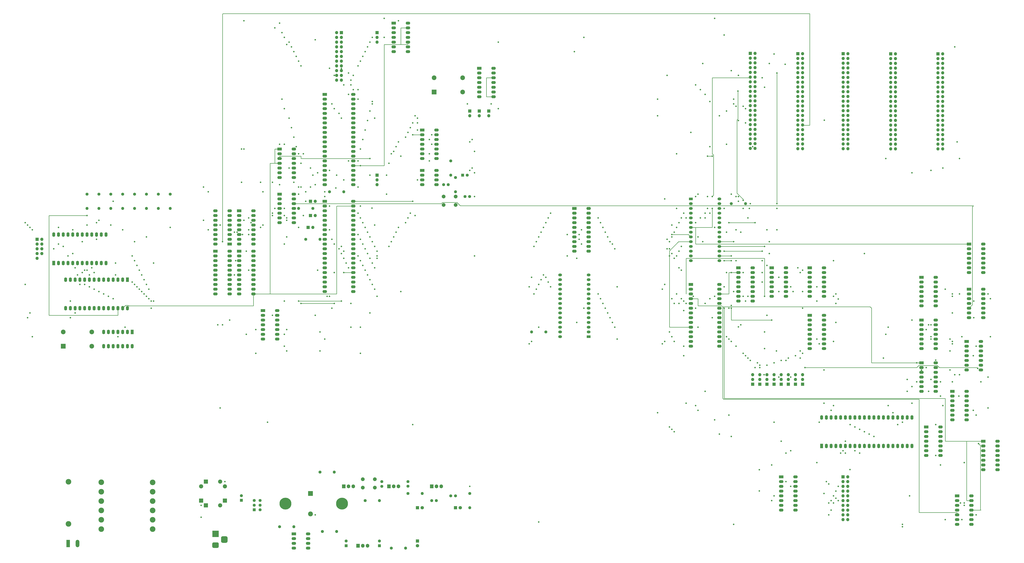
<source format=gbr>
%TF.GenerationSoftware,KiCad,Pcbnew,(5.1.10)-1*%
%TF.CreationDate,2022-04-25T14:42:15+01:00*%
%TF.ProjectId,Motherboard,4d6f7468-6572-4626-9f61-72642e6b6963,2.2*%
%TF.SameCoordinates,Original*%
%TF.FileFunction,Copper,L3,Inr*%
%TF.FilePolarity,Positive*%
%FSLAX46Y46*%
G04 Gerber Fmt 4.6, Leading zero omitted, Abs format (unit mm)*
G04 Created by KiCad (PCBNEW (5.1.10)-1) date 2022-04-25 14:42:15*
%MOMM*%
%LPD*%
G01*
G04 APERTURE LIST*
%TA.AperFunction,ComponentPad*%
%ADD10O,2.400000X1.600000*%
%TD*%
%TA.AperFunction,ComponentPad*%
%ADD11R,2.400000X1.600000*%
%TD*%
%TA.AperFunction,ComponentPad*%
%ADD12C,3.000000*%
%TD*%
%TA.AperFunction,ComponentPad*%
%ADD13C,1.600000*%
%TD*%
%TA.AperFunction,ComponentPad*%
%ADD14R,1.600000X1.600000*%
%TD*%
%TA.AperFunction,ComponentPad*%
%ADD15O,1.700000X1.700000*%
%TD*%
%TA.AperFunction,ComponentPad*%
%ADD16R,1.700000X1.700000*%
%TD*%
%TA.AperFunction,ComponentPad*%
%ADD17O,1.600000X2.400000*%
%TD*%
%TA.AperFunction,ComponentPad*%
%ADD18R,1.600000X2.400000*%
%TD*%
%TA.AperFunction,ComponentPad*%
%ADD19O,1.600000X1.600000*%
%TD*%
%TA.AperFunction,ComponentPad*%
%ADD20O,2.000000X1.440000*%
%TD*%
%TA.AperFunction,ComponentPad*%
%ADD21R,2.000000X1.440000*%
%TD*%
%TA.AperFunction,ComponentPad*%
%ADD22O,1.905000X2.000000*%
%TD*%
%TA.AperFunction,ComponentPad*%
%ADD23R,1.905000X2.000000*%
%TD*%
%TA.AperFunction,ComponentPad*%
%ADD24C,2.500000*%
%TD*%
%TA.AperFunction,ComponentPad*%
%ADD25R,2.500000X2.500000*%
%TD*%
%TA.AperFunction,ComponentPad*%
%ADD26C,2.000000*%
%TD*%
%TA.AperFunction,ComponentPad*%
%ADD27C,6.350000*%
%TD*%
%TA.AperFunction,ComponentPad*%
%ADD28C,2.600000*%
%TD*%
%TA.AperFunction,ComponentPad*%
%ADD29R,2.600000X2.600000*%
%TD*%
%TA.AperFunction,ComponentPad*%
%ADD30O,1.980000X3.960000*%
%TD*%
%TA.AperFunction,ComponentPad*%
%ADD31R,1.980000X3.960000*%
%TD*%
%TA.AperFunction,ComponentPad*%
%ADD32R,3.500000X3.500000*%
%TD*%
%TA.AperFunction,ComponentPad*%
%ADD33C,1.800000*%
%TD*%
%TA.AperFunction,ComponentPad*%
%ADD34R,1.800000X1.800000*%
%TD*%
%TA.AperFunction,ComponentPad*%
%ADD35O,2.200000X2.200000*%
%TD*%
%TA.AperFunction,ComponentPad*%
%ADD36R,2.200000X2.200000*%
%TD*%
%TA.AperFunction,ViaPad*%
%ADD37C,0.800000*%
%TD*%
%TA.AperFunction,Conductor*%
%ADD38C,0.250000*%
%TD*%
G04 APERTURE END LIST*
D10*
%TO.N,VCC*%
%TO.C,U20*%
X441960000Y-275564600D03*
%TO.N,GND*%
X434340000Y-293344600D03*
%TO.N,Net-(U20-Pad15)*%
X441960000Y-278104600D03*
%TO.N,SEL7\u005C*%
X434340000Y-290804600D03*
%TO.N,SEL1\u005C*%
X441960000Y-280644600D03*
%TO.N,65SIB_CS*%
X434340000Y-288264600D03*
%TO.N,SEL2\u005C*%
X441960000Y-283184600D03*
%TO.N,DEV_CS\u005C*%
X434340000Y-285724600D03*
%TO.N,SEL3\u005C*%
X441960000Y-285724600D03*
%TO.N,Net-(U20-Pad4)*%
X434340000Y-283184600D03*
%TO.N,SEL4\u005C*%
X441960000Y-288264600D03*
%TO.N,Net-(U20-Pad3)*%
X434340000Y-280644600D03*
%TO.N,SEL5\u005C*%
X441960000Y-290804600D03*
%TO.N,Net-(U20-Pad2)*%
X434340000Y-278104600D03*
%TO.N,SEL6\u005C*%
X441960000Y-293344600D03*
D11*
%TO.N,Net-(U20-Pad1)*%
X434340000Y-275564600D03*
%TD*%
D12*
%TO.N,Net-(F1-Pad2)*%
%TO.C,F1*%
X53619400Y-300757000D03*
%TO.N,Net-(F1-Pad1)*%
X53619400Y-278257000D03*
%TD*%
D13*
%TO.N,Net-(CP1-Pad1)*%
%TO.C,SW1*%
X156031800Y-288217600D03*
%TO.N,FUSE_IN*%
X156031800Y-290717600D03*
%TO.N,Net-(J1-Pad1)*%
X156031800Y-293217600D03*
%TO.N,Net-(CP1-Pad2)*%
X152831800Y-288217600D03*
%TO.N,GND*%
X152831800Y-290717600D03*
D14*
%TO.N,Net-(J1-Pad2)*%
X152831800Y-293217600D03*
%TD*%
D10*
%TO.N,VCC*%
%TO.C,U15*%
X535940000Y-285750000D03*
%TO.N,GND*%
X528320000Y-300990000D03*
%TO.N,A11*%
X535940000Y-288290000D03*
%TO.N,Net-(U15-Pad6)*%
X528320000Y-298450000D03*
%TO.N,Net-(U15-Pad12)*%
X535940000Y-290830000D03*
%TO.N,A6*%
X528320000Y-295910000D03*
%TO.N,A8*%
X535940000Y-293370000D03*
%TO.N,Net-(U15-Pad4)*%
X528320000Y-293370000D03*
%TO.N,Net-(U15-Pad10)*%
X535940000Y-295910000D03*
%TO.N,RW*%
X528320000Y-290830000D03*
%TO.N,A15*%
X535940000Y-298450000D03*
%TO.N,Net-(U15-Pad2)*%
X528320000Y-288290000D03*
%TO.N,Net-(U15-Pad8)*%
X535940000Y-300990000D03*
D11*
%TO.N,RW*%
X528320000Y-285750000D03*
%TD*%
D15*
%TO.N,+12v*%
%TO.C,J9*%
X520648800Y-100228400D03*
%TO.N,Sync*%
X518108800Y-100228400D03*
%TO.N,-12v*%
X520648800Y-97688400D03*
%TO.N,RDY*%
X518108800Y-97688400D03*
%TO.N,IRQ7\u005C*%
X520648800Y-95148400D03*
%TO.N,RW*%
X518108800Y-95148400D03*
%TO.N,IRQ6\u005C*%
X520648800Y-92608400D03*
%TO.N,A15*%
X518108800Y-92608400D03*
%TO.N,IRQ5\u005C*%
X520648800Y-90068400D03*
%TO.N,A14*%
X518108800Y-90068400D03*
%TO.N,IRQ4\u005C*%
X520648800Y-87528400D03*
%TO.N,A13*%
X518108800Y-87528400D03*
%TO.N,IRQ3\u005C*%
X520648800Y-84988400D03*
%TO.N,A12*%
X518108800Y-84988400D03*
%TO.N,DEV_CS\u005C*%
X520648800Y-82448400D03*
%TO.N,A11*%
X518108800Y-82448400D03*
%TO.N,Page_En*%
X520648800Y-79908400D03*
%TO.N,A10*%
X518108800Y-79908400D03*
%TO.N,PHI2*%
X520648800Y-77368400D03*
%TO.N,A9*%
X518108800Y-77368400D03*
%TO.N,PHI1*%
X520648800Y-74828400D03*
%TO.N,A8*%
X518108800Y-74828400D03*
%TO.N,CLK*%
X520648800Y-72288400D03*
%TO.N,A7*%
X518108800Y-72288400D03*
%TO.N,Reset\u005C*%
X520648800Y-69748400D03*
%TO.N,A6*%
X518108800Y-69748400D03*
%TO.N,D7*%
X520648800Y-67208400D03*
%TO.N,A5*%
X518108800Y-67208400D03*
%TO.N,D6*%
X520648800Y-64668400D03*
%TO.N,A4*%
X518108800Y-64668400D03*
%TO.N,D5*%
X520648800Y-62128400D03*
%TO.N,A3*%
X518108800Y-62128400D03*
%TO.N,D4*%
X520648800Y-59588400D03*
%TO.N,A2*%
X518108800Y-59588400D03*
%TO.N,D3*%
X520648800Y-57048400D03*
%TO.N,A1*%
X518108800Y-57048400D03*
%TO.N,D2*%
X520648800Y-54508400D03*
%TO.N,A0*%
X518108800Y-54508400D03*
%TO.N,D1*%
X520648800Y-51968400D03*
%TO.N,GND*%
X518108800Y-51968400D03*
%TO.N,D0*%
X520648800Y-49428400D03*
D16*
%TO.N,VCC*%
X518108800Y-49428400D03*
%TD*%
D15*
%TO.N,+12v*%
%TO.C,J8*%
X495414000Y-100228400D03*
%TO.N,Sync*%
X492874000Y-100228400D03*
%TO.N,-12v*%
X495414000Y-97688400D03*
%TO.N,RDY*%
X492874000Y-97688400D03*
%TO.N,IRQ7\u005C*%
X495414000Y-95148400D03*
%TO.N,RW*%
X492874000Y-95148400D03*
%TO.N,IRQ6\u005C*%
X495414000Y-92608400D03*
%TO.N,A15*%
X492874000Y-92608400D03*
%TO.N,IRQ5\u005C*%
X495414000Y-90068400D03*
%TO.N,A14*%
X492874000Y-90068400D03*
%TO.N,IRQ4\u005C*%
X495414000Y-87528400D03*
%TO.N,A13*%
X492874000Y-87528400D03*
%TO.N,IRQ3\u005C*%
X495414000Y-84988400D03*
%TO.N,A12*%
X492874000Y-84988400D03*
%TO.N,DEV_CS\u005C*%
X495414000Y-82448400D03*
%TO.N,A11*%
X492874000Y-82448400D03*
%TO.N,Page_En*%
X495414000Y-79908400D03*
%TO.N,A10*%
X492874000Y-79908400D03*
%TO.N,PHI2*%
X495414000Y-77368400D03*
%TO.N,A9*%
X492874000Y-77368400D03*
%TO.N,PHI1*%
X495414000Y-74828400D03*
%TO.N,A8*%
X492874000Y-74828400D03*
%TO.N,CLK*%
X495414000Y-72288400D03*
%TO.N,A7*%
X492874000Y-72288400D03*
%TO.N,Reset\u005C*%
X495414000Y-69748400D03*
%TO.N,A6*%
X492874000Y-69748400D03*
%TO.N,D7*%
X495414000Y-67208400D03*
%TO.N,A5*%
X492874000Y-67208400D03*
%TO.N,D6*%
X495414000Y-64668400D03*
%TO.N,A4*%
X492874000Y-64668400D03*
%TO.N,D5*%
X495414000Y-62128400D03*
%TO.N,A3*%
X492874000Y-62128400D03*
%TO.N,D4*%
X495414000Y-59588400D03*
%TO.N,A2*%
X492874000Y-59588400D03*
%TO.N,D3*%
X495414000Y-57048400D03*
%TO.N,A1*%
X492874000Y-57048400D03*
%TO.N,D2*%
X495414000Y-54508400D03*
%TO.N,A0*%
X492874000Y-54508400D03*
%TO.N,D1*%
X495414000Y-51968400D03*
%TO.N,GND*%
X492874000Y-51968400D03*
%TO.N,D0*%
X495414000Y-49428400D03*
D16*
%TO.N,VCC*%
X492874000Y-49428400D03*
%TD*%
D15*
%TO.N,+12v*%
%TO.C,J7*%
X470026800Y-100177600D03*
%TO.N,Sync*%
X467486800Y-100177600D03*
%TO.N,-12v*%
X470026800Y-97637600D03*
%TO.N,RDY*%
X467486800Y-97637600D03*
%TO.N,IRQ7\u005C*%
X470026800Y-95097600D03*
%TO.N,RW*%
X467486800Y-95097600D03*
%TO.N,IRQ6\u005C*%
X470026800Y-92557600D03*
%TO.N,A15*%
X467486800Y-92557600D03*
%TO.N,IRQ5\u005C*%
X470026800Y-90017600D03*
%TO.N,A14*%
X467486800Y-90017600D03*
%TO.N,IRQ4\u005C*%
X470026800Y-87477600D03*
%TO.N,A13*%
X467486800Y-87477600D03*
%TO.N,IRQ3\u005C*%
X470026800Y-84937600D03*
%TO.N,A12*%
X467486800Y-84937600D03*
%TO.N,DEV_CS\u005C*%
X470026800Y-82397600D03*
%TO.N,A11*%
X467486800Y-82397600D03*
%TO.N,Page_En*%
X470026800Y-79857600D03*
%TO.N,A10*%
X467486800Y-79857600D03*
%TO.N,PHI2*%
X470026800Y-77317600D03*
%TO.N,A9*%
X467486800Y-77317600D03*
%TO.N,PHI1*%
X470026800Y-74777600D03*
%TO.N,A8*%
X467486800Y-74777600D03*
%TO.N,CLK*%
X470026800Y-72237600D03*
%TO.N,A7*%
X467486800Y-72237600D03*
%TO.N,Reset\u005C*%
X470026800Y-69697600D03*
%TO.N,A6*%
X467486800Y-69697600D03*
%TO.N,D7*%
X470026800Y-67157600D03*
%TO.N,A5*%
X467486800Y-67157600D03*
%TO.N,D6*%
X470026800Y-64617600D03*
%TO.N,A4*%
X467486800Y-64617600D03*
%TO.N,D5*%
X470026800Y-62077600D03*
%TO.N,A3*%
X467486800Y-62077600D03*
%TO.N,D4*%
X470026800Y-59537600D03*
%TO.N,A2*%
X467486800Y-59537600D03*
%TO.N,D3*%
X470026800Y-56997600D03*
%TO.N,A1*%
X467486800Y-56997600D03*
%TO.N,D2*%
X470026800Y-54457600D03*
%TO.N,A0*%
X467486800Y-54457600D03*
%TO.N,D1*%
X470026800Y-51917600D03*
%TO.N,GND*%
X467486800Y-51917600D03*
%TO.N,D0*%
X470026800Y-49377600D03*
D16*
%TO.N,VCC*%
X467486800Y-49377600D03*
%TD*%
D15*
%TO.N,+12v*%
%TO.C,J6*%
X445808000Y-100177600D03*
%TO.N,Sync*%
X443268000Y-100177600D03*
%TO.N,-12v*%
X445808000Y-97637600D03*
%TO.N,RDY*%
X443268000Y-97637600D03*
%TO.N,IRQ7\u005C*%
X445808000Y-95097600D03*
%TO.N,RW*%
X443268000Y-95097600D03*
%TO.N,IRQ6\u005C*%
X445808000Y-92557600D03*
%TO.N,A15*%
X443268000Y-92557600D03*
%TO.N,IRQ5\u005C*%
X445808000Y-90017600D03*
%TO.N,A14*%
X443268000Y-90017600D03*
%TO.N,IRQ4\u005C*%
X445808000Y-87477600D03*
%TO.N,A13*%
X443268000Y-87477600D03*
%TO.N,IRQ3\u005C*%
X445808000Y-84937600D03*
%TO.N,A12*%
X443268000Y-84937600D03*
%TO.N,DEV_CS\u005C*%
X445808000Y-82397600D03*
%TO.N,A11*%
X443268000Y-82397600D03*
%TO.N,Page_En*%
X445808000Y-79857600D03*
%TO.N,A10*%
X443268000Y-79857600D03*
%TO.N,PHI2*%
X445808000Y-77317600D03*
%TO.N,A9*%
X443268000Y-77317600D03*
%TO.N,PHI1*%
X445808000Y-74777600D03*
%TO.N,A8*%
X443268000Y-74777600D03*
%TO.N,CLK*%
X445808000Y-72237600D03*
%TO.N,A7*%
X443268000Y-72237600D03*
%TO.N,Reset\u005C*%
X445808000Y-69697600D03*
%TO.N,A6*%
X443268000Y-69697600D03*
%TO.N,D7*%
X445808000Y-67157600D03*
%TO.N,A5*%
X443268000Y-67157600D03*
%TO.N,D6*%
X445808000Y-64617600D03*
%TO.N,A4*%
X443268000Y-64617600D03*
%TO.N,D5*%
X445808000Y-62077600D03*
%TO.N,A3*%
X443268000Y-62077600D03*
%TO.N,D4*%
X445808000Y-59537600D03*
%TO.N,A2*%
X443268000Y-59537600D03*
%TO.N,D3*%
X445808000Y-56997600D03*
%TO.N,A1*%
X443268000Y-56997600D03*
%TO.N,D2*%
X445808000Y-54457600D03*
%TO.N,A0*%
X443268000Y-54457600D03*
%TO.N,D1*%
X445808000Y-51917600D03*
%TO.N,GND*%
X443268000Y-51917600D03*
%TO.N,D0*%
X445808000Y-49377600D03*
D16*
%TO.N,VCC*%
X443268000Y-49377600D03*
%TD*%
D15*
%TO.N,+12v*%
%TO.C,J5*%
X420420800Y-100025200D03*
%TO.N,Sync*%
X417880800Y-100025200D03*
%TO.N,-12v*%
X420420800Y-97485200D03*
%TO.N,RDY*%
X417880800Y-97485200D03*
%TO.N,IRQ7\u005C*%
X420420800Y-94945200D03*
%TO.N,RW*%
X417880800Y-94945200D03*
%TO.N,IRQ6\u005C*%
X420420800Y-92405200D03*
%TO.N,A15*%
X417880800Y-92405200D03*
%TO.N,IRQ5\u005C*%
X420420800Y-89865200D03*
%TO.N,A14*%
X417880800Y-89865200D03*
%TO.N,IRQ4\u005C*%
X420420800Y-87325200D03*
%TO.N,A13*%
X417880800Y-87325200D03*
%TO.N,IRQ3\u005C*%
X420420800Y-84785200D03*
%TO.N,A12*%
X417880800Y-84785200D03*
%TO.N,DEV_CS\u005C*%
X420420800Y-82245200D03*
%TO.N,A11*%
X417880800Y-82245200D03*
%TO.N,Page_En*%
X420420800Y-79705200D03*
%TO.N,A10*%
X417880800Y-79705200D03*
%TO.N,PHI2*%
X420420800Y-77165200D03*
%TO.N,A9*%
X417880800Y-77165200D03*
%TO.N,PHI1*%
X420420800Y-74625200D03*
%TO.N,A8*%
X417880800Y-74625200D03*
%TO.N,CLK*%
X420420800Y-72085200D03*
%TO.N,A7*%
X417880800Y-72085200D03*
%TO.N,Reset\u005C*%
X420420800Y-69545200D03*
%TO.N,A6*%
X417880800Y-69545200D03*
%TO.N,D7*%
X420420800Y-67005200D03*
%TO.N,A5*%
X417880800Y-67005200D03*
%TO.N,D6*%
X420420800Y-64465200D03*
%TO.N,A4*%
X417880800Y-64465200D03*
%TO.N,D5*%
X420420800Y-61925200D03*
%TO.N,A3*%
X417880800Y-61925200D03*
%TO.N,D4*%
X420420800Y-59385200D03*
%TO.N,A2*%
X417880800Y-59385200D03*
%TO.N,D3*%
X420420800Y-56845200D03*
%TO.N,A1*%
X417880800Y-56845200D03*
%TO.N,D2*%
X420420800Y-54305200D03*
%TO.N,A0*%
X417880800Y-54305200D03*
%TO.N,D1*%
X420420800Y-51765200D03*
%TO.N,GND*%
X417880800Y-51765200D03*
%TO.N,D0*%
X420420800Y-49225200D03*
D16*
%TO.N,VCC*%
X417880800Y-49225200D03*
%TD*%
D10*
%TO.N,CA1*%
%TO.C,U33*%
X205740000Y-71120000D03*
%TO.N,VCC*%
X190500000Y-119380000D03*
%TO.N,CA2*%
X205740000Y-73660000D03*
%TO.N,CB2*%
X190500000Y-116840000D03*
%TO.N,A0*%
X205740000Y-76200000D03*
%TO.N,CB1*%
X190500000Y-114300000D03*
%TO.N,A1*%
X205740000Y-78740000D03*
%TO.N,GPIO15*%
X190500000Y-111760000D03*
%TO.N,A2*%
X205740000Y-81280000D03*
%TO.N,GPIO14*%
X190500000Y-109220000D03*
%TO.N,A3*%
X205740000Y-83820000D03*
%TO.N,GPIO13*%
X190500000Y-106680000D03*
%TO.N,RESET\u005C*%
X205740000Y-86360000D03*
%TO.N,GPIO12*%
X190500000Y-104140000D03*
%TO.N,D0*%
X205740000Y-88900000D03*
%TO.N,GPIO11*%
X190500000Y-101600000D03*
%TO.N,D1*%
X205740000Y-91440000D03*
%TO.N,GPIO10*%
X190500000Y-99060000D03*
%TO.N,D2*%
X205740000Y-93980000D03*
%TO.N,GPIO9*%
X190500000Y-96520000D03*
%TO.N,D3*%
X205740000Y-96520000D03*
%TO.N,GPIO8*%
X190500000Y-93980000D03*
%TO.N,D4*%
X205740000Y-99060000D03*
%TO.N,GPIO7*%
X190500000Y-91440000D03*
%TO.N,D5*%
X205740000Y-101600000D03*
%TO.N,GPIO6*%
X190500000Y-88900000D03*
%TO.N,D6*%
X205740000Y-104140000D03*
%TO.N,GPIO5*%
X190500000Y-86360000D03*
%TO.N,D7*%
X205740000Y-106680000D03*
%TO.N,GPIO4*%
X190500000Y-83820000D03*
%TO.N,PHI2*%
X205740000Y-109220000D03*
%TO.N,GPIO3*%
X190500000Y-81280000D03*
%TO.N,CS_GPIO*%
X205740000Y-111760000D03*
%TO.N,GPIO2*%
X190500000Y-78740000D03*
%TO.N,DEV_CS\u005C*%
X205740000Y-114300000D03*
%TO.N,GPIO1*%
X190500000Y-76200000D03*
%TO.N,RW*%
X205740000Y-116840000D03*
%TO.N,GPIO0*%
X190500000Y-73660000D03*
%TO.N,IRQ_DECIDE\u005C*%
X205740000Y-119380000D03*
D11*
%TO.N,GND*%
X190500000Y-71120000D03*
%TD*%
D10*
%TO.N,RESET\u005C*%
%TO.C,U21*%
X205740000Y-128270000D03*
%TO.N,A11*%
X190500000Y-176530000D03*
%TO.N,PHI2*%
X205740000Y-130810000D03*
%TO.N,A10*%
X190500000Y-173990000D03*
%TO.N,VCC*%
X205740000Y-133350000D03*
%TO.N,A9*%
X190500000Y-171450000D03*
%TO.N,CLK*%
X205740000Y-135890000D03*
%TO.N,A8*%
X190500000Y-168910000D03*
%TO.N,Net-(U21-Pad36)*%
X205740000Y-138430000D03*
%TO.N,A7*%
X190500000Y-166370000D03*
%TO.N,Net-(U21-Pad35)*%
X205740000Y-140970000D03*
%TO.N,A6*%
X190500000Y-163830000D03*
%TO.N,RW*%
X205740000Y-143510000D03*
%TO.N,A5*%
X190500000Y-161290000D03*
%TO.N,D0*%
X205740000Y-146050000D03*
%TO.N,A4*%
X190500000Y-158750000D03*
%TO.N,D1*%
X205740000Y-148590000D03*
%TO.N,A3*%
X190500000Y-156210000D03*
%TO.N,D2*%
X205740000Y-151130000D03*
%TO.N,A2*%
X190500000Y-153670000D03*
%TO.N,D3*%
X205740000Y-153670000D03*
%TO.N,A1*%
X190500000Y-151130000D03*
%TO.N,D4*%
X205740000Y-156210000D03*
%TO.N,A0*%
X190500000Y-148590000D03*
%TO.N,D5*%
X205740000Y-158750000D03*
%TO.N,VCC*%
X190500000Y-146050000D03*
%TO.N,D6*%
X205740000Y-161290000D03*
%TO.N,SYNC*%
X190500000Y-143510000D03*
%TO.N,D7*%
X205740000Y-163830000D03*
%TO.N,Net-(JP9-Pad2)*%
X190500000Y-140970000D03*
%TO.N,A15*%
X205740000Y-166370000D03*
%TO.N,Net-(U21-Pad5)*%
X190500000Y-138430000D03*
%TO.N,A14*%
X205740000Y-168910000D03*
%TO.N,Net-(JP10-Pad2)*%
X190500000Y-135890000D03*
%TO.N,A13*%
X205740000Y-171450000D03*
%TO.N,PHI1*%
X190500000Y-133350000D03*
%TO.N,A12*%
X205740000Y-173990000D03*
%TO.N,RDY*%
X190500000Y-130810000D03*
%TO.N,GND*%
X205740000Y-176530000D03*
D11*
%TO.N,Net-(JP11-Pad2)*%
X190500000Y-128270000D03*
%TD*%
D10*
%TO.N,VCC*%
%TO.C,U9*%
X401320000Y-172720000D03*
%TO.N,GND*%
X386080000Y-205740000D03*
%TO.N,RAM_WE\u005C*%
X401320000Y-175260000D03*
%TO.N,D2*%
X386080000Y-203200000D03*
%TO.N,A13*%
X401320000Y-177800000D03*
%TO.N,D1*%
X386080000Y-200660000D03*
%TO.N,A8*%
X401320000Y-180340000D03*
%TO.N,D0*%
X386080000Y-198120000D03*
%TO.N,A9*%
X401320000Y-182880000D03*
%TO.N,A0*%
X386080000Y-195580000D03*
%TO.N,A11*%
X401320000Y-185420000D03*
%TO.N,A1*%
X386080000Y-193040000D03*
%TO.N,RAM_OE\u005C*%
X401320000Y-187960000D03*
%TO.N,A2*%
X386080000Y-190500000D03*
%TO.N,A10*%
X401320000Y-190500000D03*
%TO.N,A3*%
X386080000Y-187960000D03*
%TO.N,Net-(U3-Pad3)*%
X401320000Y-193040000D03*
%TO.N,A4*%
X386080000Y-185420000D03*
%TO.N,D7*%
X401320000Y-195580000D03*
%TO.N,A5*%
X386080000Y-182880000D03*
%TO.N,D6*%
X401320000Y-198120000D03*
%TO.N,A6*%
X386080000Y-180340000D03*
%TO.N,D5*%
X401320000Y-200660000D03*
%TO.N,A7*%
X386080000Y-177800000D03*
%TO.N,D4*%
X401320000Y-203200000D03*
%TO.N,A12*%
X386080000Y-175260000D03*
%TO.N,D3*%
X401320000Y-205740000D03*
D11*
%TO.N,A14*%
X386080000Y-172720000D03*
%TD*%
D17*
%TO.N,65SIB_IRQ\u005C*%
%TO.C,U27*%
X455930000Y-243840000D03*
%TO.N,VCC*%
X504190000Y-259080000D03*
%TO.N,Net-(U27-Pad39)*%
X458470000Y-243840000D03*
%TO.N,Net-(U27-Pad19)*%
X501650000Y-259080000D03*
%TO.N,A0*%
X461010000Y-243840000D03*
%TO.N,Net-(U27-Pad18)*%
X499110000Y-259080000D03*
%TO.N,A1*%
X463550000Y-243840000D03*
%TO.N,Net-(U27-Pad17)*%
X496570000Y-259080000D03*
%TO.N,A2*%
X466090000Y-243840000D03*
%TO.N,Net-(U27-Pad16)*%
X494030000Y-259080000D03*
%TO.N,A3*%
X468630000Y-243840000D03*
%TO.N,Net-(U27-Pad15)*%
X491490000Y-259080000D03*
%TO.N,RESET\u005C*%
X471170000Y-243840000D03*
%TO.N,Net-(U27-Pad14)*%
X488950000Y-259080000D03*
%TO.N,D0*%
X473710000Y-243840000D03*
%TO.N,Net-(U27-Pad13)*%
X486410000Y-259080000D03*
%TO.N,D1*%
X476250000Y-243840000D03*
%TO.N,Net-(U27-Pad12)*%
X483870000Y-259080000D03*
%TO.N,D2*%
X478790000Y-243840000D03*
%TO.N,Net-(U27-Pad11)*%
X481330000Y-259080000D03*
%TO.N,D3*%
X481330000Y-243840000D03*
%TO.N,Net-(U27-Pad10)*%
X478790000Y-259080000D03*
%TO.N,D4*%
X483870000Y-243840000D03*
%TO.N,65SIB_MISO*%
X476250000Y-259080000D03*
%TO.N,D5*%
X486410000Y-243840000D03*
%TO.N,CONF\u005C*%
X473710000Y-259080000D03*
%TO.N,D6*%
X488950000Y-243840000D03*
%TO.N,Net-(U20-Pad4)*%
X471170000Y-259080000D03*
%TO.N,D7*%
X491490000Y-243840000D03*
%TO.N,Net-(U20-Pad1)*%
X468630000Y-259080000D03*
%TO.N,CLK*%
X494030000Y-243840000D03*
%TO.N,Net-(U20-Pad2)*%
X466090000Y-259080000D03*
%TO.N,65SIB_CS*%
X496570000Y-243840000D03*
%TO.N,Net-(U20-Pad3)*%
X463550000Y-259080000D03*
%TO.N,DEV_CS\u005C*%
X499110000Y-243840000D03*
%TO.N,65SIB_MOSI*%
X461010000Y-259080000D03*
%TO.N,RW*%
X501650000Y-243840000D03*
%TO.N,65SIB_CLK*%
X458470000Y-259080000D03*
%TO.N,IRQ2\u005C*%
X504190000Y-243840000D03*
D18*
%TO.N,GND*%
X455930000Y-259080000D03*
%TD*%
D15*
%TO.N,Net-(J3-Pad9)*%
%TO.C,J3*%
X36830000Y-158750000D03*
%TO.N,CTS_COM_PORT*%
X39370000Y-156210000D03*
%TO.N,RTS_COM_PORT*%
X36830000Y-156210000D03*
%TO.N,DSR_COM_PORT*%
X39370000Y-153670000D03*
%TO.N,GND*%
X36830000Y-153670000D03*
%TO.N,DTR_COM_PORT*%
X39370000Y-151130000D03*
%TO.N,Tx_COM_PORT*%
X36830000Y-151130000D03*
%TO.N,Rx_COM_PORT*%
X39370000Y-148590000D03*
D16*
%TO.N,DCD_COM_PORT*%
X36830000Y-148590000D03*
%TD*%
D19*
%TO.N,VCC*%
%TO.C,R22*%
X300990000Y-198120000D03*
D13*
%TO.N,Net-(R22-Pad1)*%
X308610000Y-198120000D03*
%TD*%
D10*
%TO.N,VCC*%
%TO.C,U16*%
X139700000Y-154940000D03*
%TO.N,GND*%
X132080000Y-177800000D03*
%TO.N,Net-(U16-Pad19)*%
X139700000Y-157480000D03*
%TO.N,D7*%
X132080000Y-175260000D03*
%TO.N,Net-(U16-Pad18)*%
X139700000Y-160020000D03*
%TO.N,D6*%
X132080000Y-172720000D03*
%TO.N,Net-(U16-Pad17)*%
X139700000Y-162560000D03*
%TO.N,D5*%
X132080000Y-170180000D03*
%TO.N,Net-(U16-Pad16)*%
X139700000Y-165100000D03*
%TO.N,D4*%
X132080000Y-167640000D03*
%TO.N,Net-(U16-Pad15)*%
X139700000Y-167640000D03*
%TO.N,D3*%
X132080000Y-165100000D03*
%TO.N,Net-(U16-Pad14)*%
X139700000Y-170180000D03*
%TO.N,D2*%
X132080000Y-162560000D03*
%TO.N,Net-(U16-Pad13)*%
X139700000Y-172720000D03*
%TO.N,D1*%
X132080000Y-160020000D03*
%TO.N,Net-(U16-Pad12)*%
X139700000Y-175260000D03*
%TO.N,D0*%
X132080000Y-157480000D03*
%TO.N,CS_WR*%
X139700000Y-177800000D03*
D11*
%TO.N,GND*%
X132080000Y-154940000D03*
%TD*%
D13*
%TO.N,GND*%
%TO.C,C1*%
X220980000Y-278170000D03*
%TO.N,FUSE_OUT*%
X220980000Y-280670000D03*
%TD*%
D15*
%TO.N,GND*%
%TO.C,J4*%
X196850000Y-63500000D03*
%TO.N,CB2*%
X199390000Y-63500000D03*
%TO.N,CB1*%
X196850000Y-60960000D03*
%TO.N,CA2*%
X199390000Y-60960000D03*
%TO.N,CA1*%
X196850000Y-58420000D03*
%TO.N,GPIO15*%
X199390000Y-58420000D03*
%TO.N,GPIO14*%
X196850000Y-55880000D03*
%TO.N,GPIO13*%
X199390000Y-55880000D03*
%TO.N,GPIO12*%
X196850000Y-53340000D03*
%TO.N,GPIO11*%
X199390000Y-53340000D03*
%TO.N,GPIO10*%
X196850000Y-50800000D03*
%TO.N,GPIO9*%
X199390000Y-50800000D03*
%TO.N,GPIO8*%
X196850000Y-48260000D03*
%TO.N,GPIO7*%
X199390000Y-48260000D03*
%TO.N,GPIO6*%
X196850000Y-45720000D03*
%TO.N,GPIO5*%
X199390000Y-45720000D03*
%TO.N,GPIO4*%
X196850000Y-43180000D03*
%TO.N,GPIO3*%
X199390000Y-43180000D03*
%TO.N,GPIO2*%
X196850000Y-40640000D03*
%TO.N,GPIO1*%
X199390000Y-40640000D03*
%TO.N,GPIO0*%
X196850000Y-38100000D03*
D16*
%TO.N,VCC*%
X199390000Y-38100000D03*
%TD*%
D17*
%TO.N,N/C*%
%TO.C,U32*%
X87630000Y-205740000D03*
X72390000Y-198120000D03*
X85090000Y-205740000D03*
X74930000Y-198120000D03*
X82550000Y-205740000D03*
X77470000Y-198120000D03*
X80010000Y-205740000D03*
%TO.N,Net-(U29-Pad20)*%
X80010000Y-198120000D03*
%TO.N,N/C*%
X77470000Y-205740000D03*
%TO.N,CS0_COM*%
X82550000Y-198120000D03*
%TO.N,N/C*%
X74930000Y-205740000D03*
X85090000Y-198120000D03*
X72390000Y-205740000D03*
D18*
X87630000Y-198120000D03*
%TD*%
D20*
%TO.N,D3*%
%TO.C,U19*%
X316230000Y-167640000D03*
%TO.N,GND*%
X331470000Y-167640000D03*
%TO.N,D4*%
X316230000Y-170180000D03*
%TO.N,D2*%
X331470000Y-170180000D03*
%TO.N,D5*%
X316230000Y-172720000D03*
%TO.N,D1*%
X331470000Y-172720000D03*
%TO.N,D6*%
X316230000Y-175260000D03*
%TO.N,D0*%
X331470000Y-175260000D03*
%TO.N,D7*%
X316230000Y-177800000D03*
%TO.N,D0*%
X331470000Y-177800000D03*
%TO.N,GND*%
X316230000Y-180340000D03*
%TO.N,D1*%
X331470000Y-180340000D03*
%TO.N,GND*%
X316230000Y-182880000D03*
%TO.N,D2*%
X331470000Y-182880000D03*
%TO.N,VID_OE*%
X316230000Y-185420000D03*
%TO.N,D3*%
X331470000Y-185420000D03*
%TO.N,GND*%
X316230000Y-187960000D03*
%TO.N,D4*%
X331470000Y-187960000D03*
%TO.N,GND*%
X316230000Y-190500000D03*
%TO.N,D5*%
X331470000Y-190500000D03*
%TO.N,SYNC*%
X316230000Y-193040000D03*
%TO.N,D6*%
X331470000Y-193040000D03*
%TO.N,GND*%
X316230000Y-195580000D03*
%TO.N,D7*%
X331470000Y-195580000D03*
%TO.N,Net-(R22-Pad1)*%
X316230000Y-198120000D03*
%TO.N,GND*%
X331470000Y-198120000D03*
%TO.N,VCC*%
X316230000Y-200660000D03*
D21*
%TO.N,GND*%
X331470000Y-200660000D03*
%TD*%
D20*
%TO.N,D3*%
%TO.C,U11*%
X401320000Y-160020000D03*
%TO.N,GND*%
X386080000Y-160020000D03*
%TO.N,D4*%
X401320000Y-157480000D03*
%TO.N,D2*%
X386080000Y-157480000D03*
%TO.N,D5*%
X401320000Y-154940000D03*
%TO.N,D1*%
X386080000Y-154940000D03*
%TO.N,D6*%
X401320000Y-152400000D03*
%TO.N,D0*%
X386080000Y-152400000D03*
%TO.N,D7*%
X401320000Y-149860000D03*
%TO.N,A0*%
X386080000Y-149860000D03*
%TO.N,ROM_EN*%
X401320000Y-147320000D03*
%TO.N,A1*%
X386080000Y-147320000D03*
%TO.N,A10*%
X401320000Y-144780000D03*
%TO.N,A2*%
X386080000Y-144780000D03*
%TO.N,ROM_EN*%
X401320000Y-142240000D03*
%TO.N,A3*%
X386080000Y-142240000D03*
%TO.N,A11*%
X401320000Y-139700000D03*
%TO.N,A4*%
X386080000Y-139700000D03*
%TO.N,A9*%
X401320000Y-137160000D03*
%TO.N,A5*%
X386080000Y-137160000D03*
%TO.N,A8*%
X401320000Y-134620000D03*
%TO.N,A6*%
X386080000Y-134620000D03*
%TO.N,A13*%
X401320000Y-132080000D03*
%TO.N,A7*%
X386080000Y-132080000D03*
%TO.N,Net-(R16-Pad1)*%
X401320000Y-129540000D03*
%TO.N,A12*%
X386080000Y-129540000D03*
%TO.N,VCC*%
X401320000Y-127000000D03*
D21*
%TO.N,A14*%
X386080000Y-127000000D03*
%TD*%
D22*
%TO.N,-12v*%
%TO.C,U13*%
X213360000Y-312420000D03*
%TO.N,Net-(C5-Pad2)*%
X210820000Y-312420000D03*
D23*
%TO.N,GND*%
X208280000Y-312420000D03*
%TD*%
D24*
%TO.N,GND*%
%TO.C,X2*%
X66040000Y-205740000D03*
%TO.N,XTL1_COM*%
X66040000Y-198120000D03*
%TO.N,VCC*%
X50800000Y-198120000D03*
D25*
%TO.N,Net-(X2-Pad1)*%
X50800000Y-205740000D03*
%TD*%
D24*
%TO.N,GND*%
%TO.C,X1*%
X264160000Y-69850000D03*
%TO.N,CLK1*%
X264160000Y-62230000D03*
%TO.N,VCC*%
X248920000Y-62230000D03*
D25*
%TO.N,Net-(X1-Pad1)*%
X248920000Y-69850000D03*
%TD*%
D10*
%TO.N,VCC*%
%TO.C,U43*%
X542290000Y-151130000D03*
%TO.N,GND*%
X534670000Y-166370000D03*
%TO.N,N/C*%
X542290000Y-153670000D03*
X534670000Y-163830000D03*
X542290000Y-156210000D03*
X534670000Y-161290000D03*
X542290000Y-158750000D03*
X534670000Y-158750000D03*
X542290000Y-161290000D03*
X534670000Y-156210000D03*
X542290000Y-163830000D03*
%TO.N,Net-(U39-Pad10)*%
X534670000Y-153670000D03*
%TO.N,N/C*%
X542290000Y-166370000D03*
D11*
%TO.N,A3*%
X534670000Y-151130000D03*
%TD*%
D10*
%TO.N,VCC*%
%TO.C,U31*%
X549910000Y-256540000D03*
%TO.N,GND*%
X542290000Y-271780000D03*
%TO.N,N/C*%
X549910000Y-259080000D03*
X542290000Y-269240000D03*
X549910000Y-261620000D03*
X542290000Y-266700000D03*
X549910000Y-264160000D03*
X542290000Y-264160000D03*
X549910000Y-266700000D03*
X542290000Y-261620000D03*
X549910000Y-269240000D03*
%TO.N,Net-(U31-Pad2)*%
X542290000Y-259080000D03*
%TO.N,N/C*%
X549910000Y-271780000D03*
D11*
%TO.N,A11*%
X542290000Y-256540000D03*
%TD*%
D10*
%TO.N,VCC*%
%TO.C,U38*%
X541020000Y-203200000D03*
%TO.N,GND*%
X533400000Y-218440000D03*
%TO.N,N/C*%
X541020000Y-205740000D03*
X533400000Y-215900000D03*
X541020000Y-208280000D03*
X533400000Y-213360000D03*
X541020000Y-210820000D03*
%TO.N,Net-(U35-Pad10)*%
X533400000Y-210820000D03*
%TO.N,N/C*%
X541020000Y-213360000D03*
%TO.N,A5*%
X533400000Y-208280000D03*
%TO.N,A8*%
X541020000Y-215900000D03*
%TO.N,Net-(U35-Pad9)*%
X533400000Y-205740000D03*
%TO.N,Net-(U35-Pad1)*%
X541020000Y-218440000D03*
D11*
%TO.N,A4*%
X533400000Y-203200000D03*
%TD*%
D10*
%TO.N,VCC*%
%TO.C,U42*%
X516890000Y-168910000D03*
%TO.N,GND*%
X509270000Y-184150000D03*
%TO.N,N/C*%
X516890000Y-171450000D03*
X509270000Y-181610000D03*
X516890000Y-173990000D03*
X509270000Y-179070000D03*
X516890000Y-176530000D03*
X509270000Y-176530000D03*
%TO.N,Net-(U39-Pad6)*%
X516890000Y-179070000D03*
%TO.N,N/C*%
X509270000Y-173990000D03*
%TO.N,Net-(U39-Pad8)*%
X516890000Y-181610000D03*
%TO.N,N/C*%
X509270000Y-171450000D03*
%TO.N,CS0_COM*%
X516890000Y-184150000D03*
D11*
%TO.N,N/C*%
X509270000Y-168910000D03*
%TD*%
D10*
%TO.N,VCC*%
%TO.C,U36*%
X516890000Y-214630000D03*
%TO.N,GND*%
X509270000Y-229870000D03*
%TO.N,N/C*%
X516890000Y-217170000D03*
%TO.N,Net-(U35-Pad12)*%
X509270000Y-227330000D03*
%TO.N,N/C*%
X516890000Y-219710000D03*
%TO.N,A6*%
X509270000Y-224790000D03*
%TO.N,A9*%
X516890000Y-222250000D03*
%TO.N,Net-(U36-Pad4)*%
X509270000Y-222250000D03*
%TO.N,Net-(U35-Pad2)*%
X516890000Y-224790000D03*
%TO.N,A5*%
X509270000Y-219710000D03*
%TO.N,A9*%
X516890000Y-227330000D03*
%TO.N,Net-(U36-Pad2)*%
X509270000Y-217170000D03*
%TO.N,Net-(U36-Pad8)*%
X516890000Y-229870000D03*
D11*
%TO.N,A6*%
X509270000Y-214630000D03*
%TD*%
D10*
%TO.N,VCC*%
%TO.C,U39*%
X542290000Y-175260000D03*
%TO.N,GND*%
X534670000Y-190500000D03*
%TO.N,Net-(U36-Pad4)*%
X542290000Y-177800000D03*
%TO.N,Net-(U39-Pad6)*%
X534670000Y-187960000D03*
%TO.N,A4*%
X542290000Y-180340000D03*
%TO.N,Net-(U39-Pad5)*%
X534670000Y-185420000D03*
%TO.N,N/C*%
X542290000Y-182880000D03*
%TO.N,Net-(U15-Pad10)*%
X534670000Y-182880000D03*
%TO.N,Net-(U39-Pad10)*%
X542290000Y-185420000D03*
%TO.N,N/C*%
X534670000Y-180340000D03*
%TO.N,A2*%
X542290000Y-187960000D03*
%TO.N,Net-(U23-Pad8)*%
X534670000Y-177800000D03*
%TO.N,Net-(U39-Pad8)*%
X542290000Y-190500000D03*
D11*
%TO.N,Net-(U15-Pad6)*%
X534670000Y-175260000D03*
%TD*%
D10*
%TO.N,VCC*%
%TO.C,U35*%
X533400000Y-229870000D03*
%TO.N,GND*%
X525780000Y-245110000D03*
%TO.N,A7*%
X533400000Y-232410000D03*
%TO.N,Net-(U35-Pad6)*%
X525780000Y-242570000D03*
%TO.N,Net-(U35-Pad12)*%
X533400000Y-234950000D03*
%TO.N,Net-(U31-Pad2)*%
X525780000Y-240030000D03*
%TO.N,N/C*%
X533400000Y-237490000D03*
%TO.N,Net-(U23-Pad12)*%
X525780000Y-237490000D03*
%TO.N,Net-(U35-Pad10)*%
X533400000Y-240030000D03*
%TO.N,N/C*%
X525780000Y-234950000D03*
%TO.N,Net-(U35-Pad9)*%
X533400000Y-242570000D03*
%TO.N,Net-(U35-Pad2)*%
X525780000Y-232410000D03*
%TO.N,Net-(U35-Pad8)*%
X533400000Y-245110000D03*
D11*
%TO.N,Net-(U35-Pad1)*%
X525780000Y-229870000D03*
%TD*%
D10*
%TO.N,VCC*%
%TO.C,U37*%
X516890000Y-191770000D03*
%TO.N,GND*%
X509270000Y-207010000D03*
%TO.N,Net-(U23-Pad4)*%
X516890000Y-194310000D03*
%TO.N,Net-(U18-Pad10)*%
X509270000Y-204470000D03*
%TO.N,Net-(U36-Pad2)*%
X516890000Y-196850000D03*
%TO.N,Net-(U15-Pad12)*%
X509270000Y-201930000D03*
%TO.N,N/C*%
X516890000Y-199390000D03*
%TO.N,Net-(U23-Pad10)*%
X509270000Y-199390000D03*
%TO.N,A5*%
X516890000Y-201930000D03*
%TO.N,N/C*%
X509270000Y-196850000D03*
%TO.N,A4*%
X516890000Y-204470000D03*
%TO.N,Net-(U36-Pad8)*%
X509270000Y-194310000D03*
%TO.N,Net-(U18-Pad9)*%
X516890000Y-207010000D03*
D11*
%TO.N,Net-(U23-Pad6)*%
X509270000Y-191770000D03*
%TD*%
D10*
%TO.N,VCC*%
%TO.C,U40*%
X519430000Y-248920000D03*
%TO.N,GND*%
X511810000Y-264160000D03*
%TO.N,N/C*%
X519430000Y-251460000D03*
X511810000Y-261620000D03*
X519430000Y-254000000D03*
X511810000Y-259080000D03*
X519430000Y-256540000D03*
X511810000Y-256540000D03*
%TO.N,Net-(U35-Pad6)*%
X519430000Y-259080000D03*
%TO.N,N/C*%
X511810000Y-254000000D03*
%TO.N,Net-(U35-Pad8)*%
X519430000Y-261620000D03*
%TO.N,N/C*%
X511810000Y-251460000D03*
%TO.N,65SIB_CS*%
X519430000Y-264160000D03*
D11*
%TO.N,N/C*%
X511810000Y-248920000D03*
%TD*%
D17*
%TO.N,DSR_COM_PORT*%
%TO.C,U29*%
X45720000Y-146050000D03*
%TO.N,VCC*%
X73660000Y-161290000D03*
%TO.N,DSR_COM*%
X48260000Y-146050000D03*
%TO.N,GND*%
X71120000Y-161290000D03*
%TO.N,Net-(U29-Pad22)*%
X50800000Y-146050000D03*
%TO.N,Rx_COM_PORT*%
X68580000Y-161290000D03*
%TO.N,Net-(U29-Pad21)*%
X53340000Y-146050000D03*
%TO.N,Rx_COM*%
X66040000Y-161290000D03*
%TO.N,Net-(U29-Pad20)*%
X55880000Y-146050000D03*
%TO.N,Tx_COM*%
X63500000Y-161290000D03*
%TO.N,Net-(U29-Pad19)*%
X58420000Y-146050000D03*
%TO.N,RTS_COM*%
X60960000Y-161290000D03*
%TO.N,DCD_COM_PORT*%
X60960000Y-146050000D03*
%TO.N,CTS_COM*%
X58420000Y-161290000D03*
%TO.N,DCD_COM*%
X63500000Y-146050000D03*
%TO.N,CTS_COM_PORT*%
X55880000Y-161290000D03*
%TO.N,Net-(U29-Pad16)*%
X66040000Y-146050000D03*
%TO.N,RTS_COM_PORT*%
X53340000Y-161290000D03*
%TO.N,DTR_COM*%
X68580000Y-146050000D03*
%TO.N,Tx_COM_PORT*%
X50800000Y-161290000D03*
%TO.N,Net-(U29-Pad14)*%
X71120000Y-146050000D03*
%TO.N,DTR_COM_PORT*%
X48260000Y-161290000D03*
%TO.N,Net-(U29-Pad13)*%
X73660000Y-146050000D03*
D18*
%TO.N,Net-(U29-Pad1)*%
X45720000Y-161290000D03*
%TD*%
D10*
%TO.N,VCC*%
%TO.C,U28*%
X457200000Y-189230000D03*
%TO.N,GND*%
X449580000Y-207010000D03*
%TO.N,Net-(U28-Pad15)*%
X457200000Y-191770000D03*
%TO.N,Net-(U28-Pad7)*%
X449580000Y-204470000D03*
%TO.N,Net-(U28-Pad14)*%
X457200000Y-194310000D03*
%TO.N,A15*%
X449580000Y-201930000D03*
%TO.N,Net-(U28-Pad13)*%
X457200000Y-196850000D03*
%TO.N,GND*%
X449580000Y-199390000D03*
%TO.N,Net-(U28-Pad12)*%
X457200000Y-199390000D03*
%TO.N,GND*%
X449580000Y-196850000D03*
%TO.N,Net-(U28-Pad11)*%
X457200000Y-201930000D03*
%TO.N,A14*%
X449580000Y-194310000D03*
%TO.N,DEV_CS\u005C*%
X457200000Y-204470000D03*
%TO.N,A13*%
X449580000Y-191770000D03*
%TO.N,Net-(U28-Pad9)*%
X457200000Y-207010000D03*
D11*
%TO.N,A12*%
X449580000Y-189230000D03*
%TD*%
D10*
%TO.N,VCC*%
%TO.C,U26*%
X250190000Y-111760000D03*
X242570000Y-119380000D03*
%TO.N,Net-(CP2-Pad1)*%
X250190000Y-114300000D03*
%TO.N,Net-(U23-Pad1)*%
X242570000Y-116840000D03*
%TO.N,Net-(CP2-Pad1)*%
X250190000Y-116840000D03*
%TO.N,Net-(C7-Pad1)*%
X242570000Y-114300000D03*
%TO.N,Net-(C8-Pad1)*%
X250190000Y-119380000D03*
D11*
%TO.N,GND*%
X242570000Y-111760000D03*
%TD*%
D17*
%TO.N,RW*%
%TO.C,U25*%
X85090000Y-185420000D03*
%TO.N,A1*%
X52070000Y-170180000D03*
%TO.N,PHI2*%
X82550000Y-185420000D03*
%TO.N,A0*%
X54610000Y-170180000D03*
%TO.N,IRQ0\u005C*%
X80010000Y-185420000D03*
%TO.N,Rx_COM*%
X57150000Y-170180000D03*
%TO.N,D7*%
X77470000Y-185420000D03*
%TO.N,DTR_COM*%
X59690000Y-170180000D03*
%TO.N,D6*%
X74930000Y-185420000D03*
%TO.N,Tx_COM*%
X62230000Y-170180000D03*
%TO.N,D5*%
X72390000Y-185420000D03*
%TO.N,CTS_COM*%
X64770000Y-170180000D03*
%TO.N,D4*%
X69850000Y-185420000D03*
%TO.N,RTS_COM*%
X67310000Y-170180000D03*
%TO.N,D3*%
X67310000Y-185420000D03*
%TO.N,Net-(U25-Pad7)*%
X69850000Y-170180000D03*
%TO.N,D2*%
X64770000Y-185420000D03*
%TO.N,XTL1_COM*%
X72390000Y-170180000D03*
%TO.N,D1*%
X62230000Y-185420000D03*
%TO.N,N/C*%
X74930000Y-170180000D03*
%TO.N,D0*%
X59690000Y-185420000D03*
%TO.N,RESET\u005C*%
X77470000Y-170180000D03*
%TO.N,DSR_COM*%
X57150000Y-185420000D03*
%TO.N,DEV_CS\u005C*%
X80010000Y-170180000D03*
%TO.N,DCD_COM*%
X54610000Y-185420000D03*
%TO.N,CS0_COM*%
X82550000Y-170180000D03*
%TO.N,VCC*%
X52070000Y-185420000D03*
D18*
%TO.N,GND*%
X85090000Y-170180000D03*
%TD*%
D10*
%TO.N,VCC*%
%TO.C,U24*%
X280670000Y-57150000D03*
%TO.N,GND*%
X273050000Y-72390000D03*
%TO.N,VCC*%
X280670000Y-59690000D03*
%TO.N,Net-(U24-Pad11)*%
X273050000Y-69850000D03*
%TO.N,Net-(U24-Pad12)*%
X280670000Y-62230000D03*
%TO.N,CLK2*%
X273050000Y-67310000D03*
%TO.N,Net-(U24-Pad11)*%
X280670000Y-64770000D03*
%TO.N,VCC*%
X273050000Y-64770000D03*
X280670000Y-67310000D03*
%TO.N,CLK1*%
X273050000Y-62230000D03*
%TO.N,CLK4*%
X280670000Y-69850000D03*
%TO.N,Net-(U24-Pad11)*%
X273050000Y-59690000D03*
%TO.N,Net-(U24-Pad12)*%
X280670000Y-72390000D03*
D11*
%TO.N,VCC*%
X273050000Y-57150000D03*
%TD*%
D10*
%TO.N,VCC*%
%TO.C,U23*%
X250190000Y-90170000D03*
%TO.N,GND*%
X242570000Y-105410000D03*
%TO.N,A10*%
X250190000Y-92710000D03*
%TO.N,Net-(U23-Pad6)*%
X242570000Y-102870000D03*
%TO.N,Net-(U23-Pad12)*%
X250190000Y-95250000D03*
%TO.N,A8*%
X242570000Y-100330000D03*
%TO.N,A10*%
X250190000Y-97790000D03*
%TO.N,Net-(U23-Pad4)*%
X242570000Y-97790000D03*
%TO.N,Net-(U23-Pad10)*%
X250190000Y-100330000D03*
%TO.N,A7*%
X242570000Y-95250000D03*
X250190000Y-102870000D03*
%TO.N,RESET\u005C*%
X242570000Y-92710000D03*
%TO.N,Net-(U23-Pad8)*%
X250190000Y-105410000D03*
D11*
%TO.N,Net-(U23-Pad1)*%
X242570000Y-90170000D03*
%TD*%
D10*
%TO.N,VCC*%
%TO.C,U22*%
X419100000Y-163830000D03*
%TO.N,GND*%
X411480000Y-181610000D03*
%TO.N,CS0\u005C*%
X419100000Y-166370000D03*
%TO.N,CS7\u005C*%
X411480000Y-179070000D03*
%TO.N,CS1\u005C*%
X419100000Y-168910000D03*
%TO.N,Net-(U15-Pad8)*%
X411480000Y-176530000D03*
%TO.N,CS2\u005C*%
X419100000Y-171450000D03*
%TO.N,GND*%
X411480000Y-173990000D03*
%TO.N,CS3\u005C*%
X419100000Y-173990000D03*
%TO.N,GND*%
X411480000Y-171450000D03*
%TO.N,CS4\u005C*%
X419100000Y-176530000D03*
%TO.N,A14*%
X411480000Y-168910000D03*
%TO.N,CS5\u005C*%
X419100000Y-179070000D03*
%TO.N,A13*%
X411480000Y-166370000D03*
%TO.N,CS6\u005C*%
X419100000Y-181610000D03*
D11*
%TO.N,A12*%
X411480000Y-163830000D03*
%TD*%
D10*
%TO.N,VCC*%
%TO.C,U18*%
X165100000Y-186690000D03*
%TO.N,GND*%
X157480000Y-201930000D03*
%TO.N,N/C*%
X165100000Y-189230000D03*
%TO.N,CS_RD*%
X157480000Y-199390000D03*
%TO.N,N/C*%
X165100000Y-191770000D03*
%TO.N,Net-(U15-Pad4)*%
X157480000Y-196850000D03*
%TO.N,N/C*%
X165100000Y-194310000D03*
%TO.N,DEV_CS\u005C*%
X157480000Y-194310000D03*
%TO.N,Net-(U18-Pad10)*%
X165100000Y-196850000D03*
%TO.N,CS_WR*%
X157480000Y-191770000D03*
%TO.N,Net-(U18-Pad9)*%
X165100000Y-199390000D03*
%TO.N,RW*%
X157480000Y-189230000D03*
%TO.N,CS_GPIO*%
X165100000Y-201930000D03*
D11*
%TO.N,DEV_CS\u005C*%
X157480000Y-186690000D03*
%TD*%
D10*
%TO.N,VCC*%
%TO.C,U17*%
X152400000Y-154940000D03*
%TO.N,GND*%
X144780000Y-177800000D03*
%TO.N,D0*%
X152400000Y-157480000D03*
%TO.N,GND*%
X144780000Y-175260000D03*
%TO.N,D1*%
X152400000Y-160020000D03*
%TO.N,GND*%
X144780000Y-172720000D03*
%TO.N,D2*%
X152400000Y-162560000D03*
%TO.N,GND*%
X144780000Y-170180000D03*
%TO.N,D3*%
X152400000Y-165100000D03*
%TO.N,Net-(U17-Pad6)*%
X144780000Y-167640000D03*
%TO.N,D4*%
X152400000Y-167640000D03*
%TO.N,Net-(U17-Pad5)*%
X144780000Y-165100000D03*
%TO.N,D5*%
X152400000Y-170180000D03*
%TO.N,Net-(U17-Pad4)*%
X144780000Y-162560000D03*
%TO.N,D6*%
X152400000Y-172720000D03*
%TO.N,Net-(U17-Pad3)*%
X144780000Y-160020000D03*
%TO.N,D7*%
X152400000Y-175260000D03*
%TO.N,GND*%
X144780000Y-157480000D03*
%TO.N,PHI2*%
X152400000Y-177800000D03*
D11*
%TO.N,CS_RD*%
X144780000Y-154940000D03*
%TD*%
D10*
%TO.N,VCC*%
%TO.C,U14*%
X173990000Y-100330000D03*
%TO.N,GND*%
X166370000Y-115570000D03*
%TO.N,N/C*%
X173990000Y-102870000D03*
%TO.N,RAM_OE\u005C*%
X166370000Y-113030000D03*
%TO.N,N/C*%
X173990000Y-105410000D03*
%TO.N,RW*%
X166370000Y-110490000D03*
%TO.N,N/C*%
X173990000Y-107950000D03*
%TO.N,PHI2*%
X166370000Y-107950000D03*
%TO.N,A14*%
X173990000Y-110490000D03*
%TO.N,RAM_WE\u005C*%
X166370000Y-105410000D03*
%TO.N,A15*%
X173990000Y-113030000D03*
%TO.N,Net-(U14-Pad2)*%
X166370000Y-102870000D03*
%TO.N,Net-(U14-Pad8)*%
X173990000Y-115570000D03*
D11*
%TO.N,PHI2*%
X166370000Y-100330000D03*
%TD*%
D10*
%TO.N,Net-(U12-Pad8)*%
%TO.C,U12*%
X181610000Y-306070000D03*
%TO.N,GND*%
X173990000Y-313690000D03*
%TO.N,Net-(U12-Pad7)*%
X181610000Y-308610000D03*
%TO.N,GND*%
X173990000Y-311150000D03*
%TO.N,FUSE_OUT*%
X181610000Y-311150000D03*
%TO.N,Net-(R14-Pad1)*%
X173990000Y-308610000D03*
%TO.N,Net-(C5-Pad2)*%
X181610000Y-313690000D03*
D11*
%TO.N,Net-(U12-Pad1)*%
X173990000Y-306070000D03*
%TD*%
D10*
%TO.N,VCC*%
%TO.C,U10*%
X331470000Y-132080000D03*
%TO.N,GND*%
X323850000Y-154940000D03*
%TO.N,Net-(U10-Pad1)*%
X331470000Y-134620000D03*
%TO.N,D7*%
X323850000Y-152400000D03*
%TO.N,D0*%
X331470000Y-137160000D03*
%TO.N,D6*%
X323850000Y-149860000D03*
%TO.N,D1*%
X331470000Y-139700000D03*
%TO.N,D5*%
X323850000Y-147320000D03*
%TO.N,D2*%
X331470000Y-142240000D03*
%TO.N,D4*%
X323850000Y-144780000D03*
%TO.N,D3*%
X331470000Y-144780000D03*
X323850000Y-142240000D03*
%TO.N,D4*%
X331470000Y-147320000D03*
%TO.N,D2*%
X323850000Y-139700000D03*
%TO.N,D5*%
X331470000Y-149860000D03*
%TO.N,D1*%
X323850000Y-137160000D03*
%TO.N,D6*%
X331470000Y-152400000D03*
%TO.N,D0*%
X323850000Y-134620000D03*
%TO.N,D7*%
X331470000Y-154940000D03*
D11*
%TO.N,Net-(U10-Pad1)*%
X323850000Y-132080000D03*
%TD*%
D10*
%TO.N,VCC*%
%TO.C,U8*%
X457200000Y-163830000D03*
%TO.N,GND*%
X449580000Y-179070000D03*
%TO.N,N/C*%
X457200000Y-166370000D03*
%TO.N,Net-(U3-Pad1)*%
X449580000Y-176530000D03*
%TO.N,N/C*%
X457200000Y-168910000D03*
%TO.N,Net-(U8-Pad3)*%
X449580000Y-173990000D03*
%TO.N,N/C*%
X457200000Y-171450000D03*
%TO.N,Net-(U3-Pad11)*%
X449580000Y-171450000D03*
%TO.N,Net-(U3-Pad8)*%
X457200000Y-173990000D03*
%TO.N,Net-(U8-Pad3)*%
X449580000Y-168910000D03*
%TO.N,Net-(U3-Pad6)*%
X457200000Y-176530000D03*
%TO.N,Net-(JP7-Pad2)*%
X449580000Y-166370000D03*
%TO.N,Net-(U3-Pad2)*%
X457200000Y-179070000D03*
D11*
%TO.N,Net-(JP6-Pad2)*%
X449580000Y-163830000D03*
%TD*%
D10*
%TO.N,VCC*%
%TO.C,U7*%
X173990000Y-124460000D03*
%TO.N,GND*%
X166370000Y-139700000D03*
%TO.N,A9*%
X173990000Y-127000000D03*
%TO.N,Net-(U6-Pad5)*%
X166370000Y-137160000D03*
%TO.N,Net-(U39-Pad5)*%
X173990000Y-129540000D03*
%TO.N,Net-(U14-Pad8)*%
X166370000Y-134620000D03*
%TO.N,RW*%
X173990000Y-132080000D03*
%TO.N,Net-(U6-Pad2)*%
X166370000Y-132080000D03*
%TO.N,Net-(U14-Pad2)*%
X173990000Y-134620000D03*
%TO.N,PAGE_EN*%
X166370000Y-129540000D03*
%TO.N,Net-(U5-Pad7)*%
X173990000Y-137160000D03*
%TO.N,Net-(U6-Pad1)*%
X166370000Y-127000000D03*
%TO.N,IRQ\u005C*%
X173990000Y-139700000D03*
D11*
%TO.N,Net-(JP1-Pad3)*%
X166370000Y-124460000D03*
%TD*%
D10*
%TO.N,VCC*%
%TO.C,U6*%
X234950000Y-33020000D03*
%TO.N,GND*%
X227330000Y-48260000D03*
%TO.N,PHI2*%
X234950000Y-35560000D03*
%TO.N,Net-(JP1-Pad3)*%
X227330000Y-45720000D03*
%TO.N,RW*%
X234950000Y-38100000D03*
%TO.N,Net-(U6-Pad5)*%
X227330000Y-43180000D03*
%TO.N,VID_OE*%
X234950000Y-40640000D03*
%TO.N,A13*%
X227330000Y-40640000D03*
%TO.N,PHI2*%
X234950000Y-43180000D03*
%TO.N,Net-(JP1-Pad1)*%
X227330000Y-38100000D03*
%TO.N,Net-(U15-Pad2)*%
X234950000Y-45720000D03*
%TO.N,Net-(U6-Pad2)*%
X227330000Y-35560000D03*
%TO.N,Net-(U10-Pad1)*%
X234950000Y-48260000D03*
D11*
%TO.N,Net-(U6-Pad1)*%
X227330000Y-33020000D03*
%TD*%
D10*
%TO.N,VCC*%
%TO.C,U5*%
X152400000Y-133350000D03*
%TO.N,GND*%
X144780000Y-151130000D03*
%TO.N,Net-(U17-Pad6)*%
X152400000Y-135890000D03*
%TO.N,Net-(U5-Pad7)*%
X144780000Y-148590000D03*
%TO.N,Net-(U16-Pad17)*%
X152400000Y-138430000D03*
%TO.N,Net-(U5-Pad6)*%
X144780000Y-146050000D03*
%TO.N,Net-(U17-Pad5)*%
X152400000Y-140970000D03*
%TO.N,Net-(U5-Pad5)*%
X144780000Y-143510000D03*
%TO.N,Net-(U17-Pad4)*%
X152400000Y-143510000D03*
%TO.N,Net-(U5-Pad4)*%
X144780000Y-140970000D03*
%TO.N,Net-(U16-Pad18)*%
X152400000Y-146050000D03*
%TO.N,Net-(U5-Pad3)*%
X144780000Y-138430000D03*
%TO.N,Net-(U17-Pad3)*%
X152400000Y-148590000D03*
%TO.N,Net-(U5-Pad2)*%
X144780000Y-135890000D03*
%TO.N,Net-(U16-Pad19)*%
X152400000Y-151130000D03*
D11*
%TO.N,Net-(U16-Pad16)*%
X144780000Y-133350000D03*
%TD*%
D10*
%TO.N,VCC*%
%TO.C,U4*%
X132080000Y-151130000D03*
%TO.N,GND*%
X139700000Y-133350000D03*
%TO.N,VCC*%
X132080000Y-148590000D03*
%TO.N,Net-(U17-Pad4)*%
X139700000Y-135890000D03*
%TO.N,Net-(U17-Pad6)*%
X132080000Y-146050000D03*
%TO.N,Net-(U17-Pad5)*%
X139700000Y-138430000D03*
%TO.N,IRQ3\u005C*%
X132080000Y-143510000D03*
%TO.N,GND*%
X139700000Y-140970000D03*
%TO.N,IRQ2\u005C*%
X132080000Y-140970000D03*
%TO.N,IRQ7\u005C*%
X139700000Y-143510000D03*
%TO.N,IRQ1\u005C*%
X132080000Y-138430000D03*
%TO.N,IRQ6\u005C*%
X139700000Y-146050000D03*
%TO.N,IRQ0\u005C*%
X132080000Y-135890000D03*
%TO.N,IRQ5\u005C*%
X139700000Y-148590000D03*
%TO.N,Net-(U17-Pad3)*%
X132080000Y-133350000D03*
D11*
%TO.N,IRQ4\u005C*%
X139700000Y-151130000D03*
%TD*%
D10*
%TO.N,VCC*%
%TO.C,U3*%
X436880000Y-163830000D03*
%TO.N,GND*%
X429260000Y-179070000D03*
%TO.N,Net-(JP12-Pad2)*%
X436880000Y-166370000D03*
%TO.N,Net-(U3-Pad6)*%
X429260000Y-176530000D03*
%TO.N,Net-(JP8-Pad2)*%
X436880000Y-168910000D03*
%TO.N,Net-(JP5-Pad2)*%
X429260000Y-173990000D03*
%TO.N,Net-(U3-Pad11)*%
X436880000Y-171450000D03*
%TO.N,Net-(JP4-Pad2)*%
X429260000Y-171450000D03*
%TO.N,Net-(JP3-Pad2)*%
X436880000Y-173990000D03*
%TO.N,Net-(U3-Pad3)*%
X429260000Y-168910000D03*
%TO.N,Net-(JP2-Pad2)*%
X436880000Y-176530000D03*
%TO.N,Net-(U3-Pad2)*%
X429260000Y-166370000D03*
%TO.N,Net-(U3-Pad8)*%
X436880000Y-179070000D03*
D11*
%TO.N,Net-(U3-Pad1)*%
X429260000Y-163830000D03*
%TD*%
D22*
%TO.N,VCC*%
%TO.C,U2*%
X252730000Y-280670000D03*
%TO.N,GND*%
X250190000Y-280670000D03*
D23*
%TO.N,+12v*%
X247650000Y-280670000D03*
%TD*%
D22*
%TO.N,+12v*%
%TO.C,U1*%
X229870000Y-280670000D03*
%TO.N,GND*%
X227330000Y-280670000D03*
D23*
%TO.N,FUSE_OUT*%
X224790000Y-280670000D03*
%TD*%
D12*
%TO.N,Net-(D3-Pad2)*%
%TO.C,TR1*%
X98620000Y-283530000D03*
%TO.N,N/C*%
X98620000Y-288530000D03*
X98620000Y-293530000D03*
%TO.N,Net-(TR1-Pad11)*%
X98620000Y-298530000D03*
%TO.N,N/C*%
X71120000Y-283530000D03*
X71120000Y-288530000D03*
X71120000Y-293530000D03*
X71120000Y-298530000D03*
%TO.N,Net-(TR1-Pad12)*%
X98620000Y-303530000D03*
%TO.N,Net-(D1-Pad2)*%
X98620000Y-278530000D03*
%TO.N,Net-(F1-Pad1)*%
X71120000Y-278480000D03*
%TO.N,Net-(P1-Pad2)*%
X71120000Y-303530000D03*
%TD*%
D26*
%TO.N,Net-(C7-Pad1)*%
%TO.C,SW3*%
X260500000Y-125730000D03*
%TO.N,GND*%
X260500000Y-130230000D03*
%TO.N,Net-(C7-Pad1)*%
X254000000Y-125730000D03*
%TO.N,GND*%
X254000000Y-130230000D03*
%TD*%
%TO.N,FUSE_IN*%
%TO.C,SW2*%
X217320000Y-276860000D03*
%TO.N,Net-(R15-Pad2)*%
X217320000Y-281360000D03*
%TO.N,FUSE_IN*%
X210820000Y-276860000D03*
%TO.N,Net-(R15-Pad2)*%
X210820000Y-281360000D03*
%TD*%
D19*
%TO.N,Net-(CP2-Pad1)*%
%TO.C,R21*%
X257810000Y-114300000D03*
D13*
%TO.N,VCC*%
X257810000Y-106680000D03*
%TD*%
D19*
%TO.N,Net-(C7-Pad1)*%
%TO.C,R20*%
X260350000Y-123190000D03*
D13*
%TO.N,VCC*%
X260350000Y-115570000D03*
%TD*%
D19*
%TO.N,VCC*%
%TO.C,R19*%
X187960000Y-148590000D03*
D13*
%TO.N,Net-(JP9-Pad2)*%
X180340000Y-148590000D03*
%TD*%
D19*
%TO.N,VCC*%
%TO.C,R18*%
X176530000Y-132080000D03*
D13*
%TO.N,Net-(JP10-Pad2)*%
X184150000Y-132080000D03*
%TD*%
D19*
%TO.N,VCC*%
%TO.C,R17*%
X200660000Y-123190000D03*
D13*
%TO.N,RDY*%
X193040000Y-123190000D03*
%TD*%
D19*
%TO.N,VCC*%
%TO.C,R16*%
X415290000Y-129540000D03*
D13*
%TO.N,Net-(R16-Pad1)*%
X407670000Y-129540000D03*
%TD*%
D19*
%TO.N,Net-(R15-Pad2)*%
%TO.C,R15*%
X219770000Y-288290000D03*
D13*
%TO.N,Net-(Q2-Pad3)*%
X212150000Y-288290000D03*
%TD*%
D19*
%TO.N,FUSE_OUT*%
%TO.C,R14*%
X173990000Y-302260000D03*
D13*
%TO.N,Net-(R14-Pad1)*%
X166370000Y-302260000D03*
%TD*%
D19*
%TO.N,Net-(C5-Pad2)*%
%TO.C,R13*%
X196850000Y-304800000D03*
D13*
%TO.N,FUSE_OUT*%
X189230000Y-304800000D03*
%TD*%
D19*
%TO.N,FUSE_OUT*%
%TO.C,R12*%
X195580000Y-273050000D03*
D13*
%TO.N,Net-(Q1-Pad1)*%
X187960000Y-273050000D03*
%TD*%
D19*
%TO.N,Net-(D7-Pad2)*%
%TO.C,R11*%
X233680000Y-313690000D03*
D13*
%TO.N,GND*%
X226060000Y-313690000D03*
%TD*%
D19*
%TO.N,Net-(D6-Pad2)*%
%TO.C,R10*%
X242570000Y-284480000D03*
D13*
%TO.N,+12v*%
X234950000Y-284480000D03*
%TD*%
D19*
%TO.N,Net-(D5-Pad2)*%
%TO.C,R9*%
X267970000Y-292100000D03*
D13*
%TO.N,VCC*%
X267970000Y-284480000D03*
%TD*%
D19*
%TO.N,IRQ0\u005C*%
%TO.C,R8*%
X63500000Y-132080000D03*
D13*
%TO.N,VCC*%
X63500000Y-124460000D03*
%TD*%
D19*
%TO.N,IRQ1\u005C*%
%TO.C,R7*%
X69850000Y-132080000D03*
D13*
%TO.N,VCC*%
X69850000Y-124460000D03*
%TD*%
D19*
%TO.N,IRQ2\u005C*%
%TO.C,R6*%
X76200000Y-132080000D03*
D13*
%TO.N,VCC*%
X76200000Y-124460000D03*
%TD*%
D19*
%TO.N,IRQ3\u005C*%
%TO.C,R5*%
X82550000Y-132080000D03*
D13*
%TO.N,VCC*%
X82550000Y-124460000D03*
%TD*%
D19*
%TO.N,IRQ4\u005C*%
%TO.C,R4*%
X88900000Y-132080000D03*
D13*
%TO.N,VCC*%
X88900000Y-124460000D03*
%TD*%
D19*
%TO.N,IRQ5\u005C*%
%TO.C,R3*%
X95250000Y-132080000D03*
D13*
%TO.N,VCC*%
X95250000Y-124460000D03*
%TD*%
D19*
%TO.N,IRQ6\u005C*%
%TO.C,R2*%
X101600000Y-132080000D03*
D13*
%TO.N,VCC*%
X101600000Y-124460000D03*
%TD*%
D19*
%TO.N,IRQ7\u005C*%
%TO.C,R1*%
X107950000Y-132080000D03*
D13*
%TO.N,VCC*%
X107950000Y-124460000D03*
%TD*%
D22*
%TO.N,Net-(Q2-Pad3)*%
%TO.C,Q2*%
X205740000Y-280670000D03*
%TO.N,FUSE_IN*%
X203200000Y-280670000D03*
D23*
%TO.N,Net-(Q1-Pad1)*%
X200660000Y-280670000D03*
%TD*%
D27*
%TO.N,FUSE_IN*%
%TO.C,Q1*%
X199780000Y-289930000D03*
X169580000Y-289930000D03*
D28*
%TO.N,FUSE_OUT*%
X182880000Y-295400000D03*
D29*
%TO.N,Net-(Q1-Pad1)*%
X182880000Y-284480000D03*
%TD*%
D30*
%TO.N,Net-(P1-Pad2)*%
%TO.C,P1*%
X58492400Y-311251600D03*
D31*
%TO.N,Net-(F1-Pad2)*%
X53492400Y-311251600D03*
%TD*%
D15*
%TO.N,NMI\u005C*%
%TO.C,JP16*%
X218440000Y-119380000D03*
%TO.N,IRQ_DECIDE\u005C*%
X218440000Y-116840000D03*
D16*
%TO.N,IRQ1\u005C*%
X218440000Y-114300000D03*
%TD*%
D15*
%TO.N,CLK*%
%TO.C,JP15*%
X278130000Y-82550000D03*
D16*
%TO.N,CLK4*%
X278130000Y-80010000D03*
%TD*%
D15*
%TO.N,CLK*%
%TO.C,JP14*%
X273050000Y-82550000D03*
D16*
%TO.N,CLK2*%
X273050000Y-80010000D03*
%TD*%
D15*
%TO.N,CLK*%
%TO.C,JP13*%
X267970000Y-82550000D03*
D16*
%TO.N,CLK1*%
X267970000Y-80010000D03*
%TD*%
D15*
%TO.N,CS1\u005C*%
%TO.C,JP12*%
X422910000Y-220980000D03*
%TO.N,Net-(JP12-Pad2)*%
X422910000Y-223520000D03*
D16*
%TO.N,VCC*%
X422910000Y-226060000D03*
%TD*%
D15*
%TO.N,Net-(JP11-Pad2)*%
%TO.C,JP11*%
X185420000Y-128270000D03*
D16*
%TO.N,GND*%
X182880000Y-128270000D03*
%TD*%
D15*
%TO.N,Net-(JP10-Pad2)*%
%TO.C,JP10*%
X185420000Y-135890000D03*
D16*
%TO.N,IRQ\u005C*%
X182880000Y-135890000D03*
%TD*%
D15*
%TO.N,Net-(JP9-Pad2)*%
%TO.C,JP9*%
X184150000Y-142240000D03*
D16*
%TO.N,NMI\u005C*%
X181610000Y-142240000D03*
%TD*%
D15*
%TO.N,CS0\u005C*%
%TO.C,JP8*%
X419100000Y-220980000D03*
%TO.N,Net-(JP8-Pad2)*%
X419100000Y-223520000D03*
D16*
%TO.N,VCC*%
X419100000Y-226060000D03*
%TD*%
D15*
%TO.N,CS3\u005C*%
%TO.C,JP7*%
X430530000Y-220980000D03*
%TO.N,Net-(JP7-Pad2)*%
X430530000Y-223520000D03*
D16*
%TO.N,VCC*%
X430530000Y-226060000D03*
%TD*%
D15*
%TO.N,CS2\u005C*%
%TO.C,JP6*%
X426720000Y-220980000D03*
%TO.N,Net-(JP6-Pad2)*%
X426720000Y-223520000D03*
D16*
%TO.N,VCC*%
X426720000Y-226060000D03*
%TD*%
D15*
%TO.N,CS5\u005C*%
%TO.C,JP5*%
X438150000Y-220980000D03*
%TO.N,Net-(JP5-Pad2)*%
X438150000Y-223520000D03*
D16*
%TO.N,VCC*%
X438150000Y-226060000D03*
%TD*%
D15*
%TO.N,CS4\u005C*%
%TO.C,JP4*%
X434340000Y-220980000D03*
%TO.N,Net-(JP4-Pad2)*%
X434340000Y-223520000D03*
D16*
%TO.N,VCC*%
X434340000Y-226060000D03*
%TD*%
D15*
%TO.N,CS7\u005C*%
%TO.C,JP3*%
X445770000Y-220980000D03*
%TO.N,Net-(JP3-Pad2)*%
X445770000Y-223520000D03*
D16*
%TO.N,VCC*%
X445770000Y-226060000D03*
%TD*%
D15*
%TO.N,CS6\u005C*%
%TO.C,JP2*%
X441960000Y-220980000D03*
%TO.N,Net-(JP2-Pad2)*%
X441960000Y-223520000D03*
D16*
%TO.N,VCC*%
X441960000Y-226060000D03*
%TD*%
D15*
%TO.N,Net-(JP1-Pad3)*%
%TO.C,JP1*%
X218440000Y-43180000D03*
%TO.N,ROM_EN*%
X218440000Y-40640000D03*
D16*
%TO.N,Net-(JP1-Pad1)*%
X218440000Y-38100000D03*
%TD*%
D15*
%TO.N,SEL7\u005C*%
%TO.C,J2*%
X469900000Y-298450000D03*
%TO.N,GND*%
X467360000Y-298450000D03*
%TO.N,SEL6\u005C*%
X469900000Y-295910000D03*
%TO.N,SEL5\u005C*%
X467360000Y-295910000D03*
%TO.N,GND*%
X469900000Y-293370000D03*
%TO.N,SEL4\u005C*%
X467360000Y-293370000D03*
%TO.N,SEL3\u005C*%
X469900000Y-290830000D03*
%TO.N,-12v*%
X467360000Y-290830000D03*
%TO.N,SEL2\u005C*%
X469900000Y-288290000D03*
%TO.N,SEL1\u005C*%
X467360000Y-288290000D03*
%TO.N,+12v*%
X469900000Y-285750000D03*
%TO.N,65SIB_IRQ\u005C*%
X467360000Y-285750000D03*
%TO.N,+12v*%
X469900000Y-283210000D03*
%TO.N,65SIB_MISO*%
X467360000Y-283210000D03*
%TO.N,GND*%
X469900000Y-280670000D03*
%TO.N,65SIB_MOSI*%
X467360000Y-280670000D03*
%TO.N,GND*%
X469900000Y-278130000D03*
%TO.N,65SIB_CLK*%
X467360000Y-278130000D03*
%TO.N,GND*%
X469900000Y-275590000D03*
D16*
%TO.N,CONF\u005C*%
X467360000Y-275590000D03*
%TD*%
%TO.N,N/C*%
%TO.C,J1*%
%TA.AperFunction,ComponentPad*%
G36*
G01*
X137756600Y-310865200D02*
X136006600Y-310865200D01*
G75*
G02*
X135131600Y-309990200I0J875000D01*
G01*
X135131600Y-308240200D01*
G75*
G02*
X136006600Y-307365200I875000J0D01*
G01*
X137756600Y-307365200D01*
G75*
G02*
X138631600Y-308240200I0J-875000D01*
G01*
X138631600Y-309990200D01*
G75*
G02*
X137756600Y-310865200I-875000J0D01*
G01*
G37*
%TD.AperFunction*%
%TO.N,Net-(J1-Pad2)*%
%TA.AperFunction,ComponentPad*%
G36*
G01*
X133181600Y-313615200D02*
X131181600Y-313615200D01*
G75*
G02*
X130431600Y-312865200I0J750000D01*
G01*
X130431600Y-311365200D01*
G75*
G02*
X131181600Y-310615200I750000J0D01*
G01*
X133181600Y-310615200D01*
G75*
G02*
X133931600Y-311365200I0J-750000D01*
G01*
X133931600Y-312865200D01*
G75*
G02*
X133181600Y-313615200I-750000J0D01*
G01*
G37*
%TD.AperFunction*%
D32*
%TO.N,Net-(J1-Pad1)*%
X132181600Y-306115200D03*
%TD*%
D33*
%TO.N,Net-(D7-Pad2)*%
%TO.C,D7*%
X240030000Y-312420000D03*
D34*
%TO.N,-12v*%
X240030000Y-309880000D03*
%TD*%
D33*
%TO.N,Net-(D6-Pad2)*%
%TO.C,D6*%
X242570000Y-292100000D03*
D34*
%TO.N,GND*%
X240030000Y-292100000D03*
%TD*%
D33*
%TO.N,Net-(D5-Pad2)*%
%TO.C,D5*%
X262890000Y-292100000D03*
D34*
%TO.N,GND*%
X260350000Y-292100000D03*
%TD*%
D35*
%TO.N,Net-(CP1-Pad2)*%
%TO.C,D4*%
X137160000Y-280670000D03*
D36*
%TO.N,Net-(D3-Pad2)*%
X137160000Y-288290000D03*
%TD*%
D35*
%TO.N,Net-(D3-Pad2)*%
%TO.C,D3*%
X134620000Y-290830000D03*
D36*
%TO.N,Net-(CP1-Pad1)*%
X127000000Y-290830000D03*
%TD*%
D35*
%TO.N,Net-(CP1-Pad2)*%
%TO.C,D2*%
X134620000Y-278130000D03*
D36*
%TO.N,Net-(D1-Pad2)*%
X127000000Y-278130000D03*
%TD*%
D35*
%TO.N,Net-(D1-Pad2)*%
%TO.C,D1*%
X124460000Y-280670000D03*
D36*
%TO.N,Net-(CP1-Pad1)*%
X124460000Y-288290000D03*
%TD*%
D13*
%TO.N,GND*%
%TO.C,CP2*%
X266660000Y-114300000D03*
D14*
%TO.N,Net-(CP2-Pad1)*%
X264160000Y-114300000D03*
%TD*%
D13*
%TO.N,Net-(CP1-Pad2)*%
%TO.C,CP1*%
X146024600Y-285637600D03*
D14*
%TO.N,Net-(CP1-Pad1)*%
X146024600Y-288137600D03*
%TD*%
D13*
%TO.N,GND*%
%TO.C,C8*%
X256500000Y-119380000D03*
%TO.N,Net-(C8-Pad1)*%
X254000000Y-119380000D03*
%TD*%
%TO.N,GND*%
%TO.C,C7*%
X267930000Y-125730000D03*
%TO.N,Net-(C7-Pad1)*%
X265430000Y-125730000D03*
%TD*%
%TO.N,-12v*%
%TO.C,C6*%
X219710000Y-309920000D03*
D14*
%TO.N,GND*%
X219710000Y-312420000D03*
%TD*%
D13*
%TO.N,Net-(C5-Pad2)*%
%TO.C,C5*%
X201930000Y-309920000D03*
D14*
%TO.N,GND*%
X201930000Y-312420000D03*
%TD*%
D13*
%TO.N,GND*%
%TO.C,C4*%
X250150000Y-288290000D03*
%TO.N,+12v*%
X247650000Y-288290000D03*
%TD*%
%TO.N,GND*%
%TO.C,C3*%
X257850000Y-285750000D03*
%TO.N,VCC*%
X260350000Y-285750000D03*
%TD*%
%TO.N,GND*%
%TO.C,C2*%
X234950000Y-278130000D03*
%TO.N,+12v*%
X234950000Y-280630000D03*
%TD*%
D37*
%TO.N,FUSE_OUT*%
X185420000Y-295910000D03*
%TO.N,Net-(CP1-Pad1)*%
X124460000Y-297180000D03*
X124460000Y-290830000D03*
%TO.N,SEL5\u005C*%
X459740000Y-295910000D03*
X459740000Y-289560000D03*
%TO.N,SEL4\u005C*%
X461010000Y-288290000D03*
X461010000Y-293370000D03*
%TO.N,SEL3\u005C*%
X462280000Y-289560000D03*
X462280000Y-285750000D03*
%TO.N,SEL2\u005C*%
X463550000Y-283210000D03*
X463550000Y-287020000D03*
%TO.N,SEL1\u005C*%
X464820000Y-280670000D03*
X464820000Y-288290000D03*
%TO.N,65SIB_MISO*%
X476250000Y-262890000D03*
X468630000Y-262890000D03*
%TO.N,65SIB_MOSI*%
X459740000Y-279400000D03*
%TO.N,65SIB_CLK*%
X458470000Y-278130000D03*
%TO.N,CONF\u005C*%
X473710000Y-261620000D03*
X467360000Y-261620000D03*
%TO.N,Tx_COM_PORT*%
X50800000Y-152400000D03*
%TO.N,CB2*%
X204470000Y-63500000D03*
X200660000Y-116840000D03*
X200660000Y-66040000D03*
X204470000Y-66040000D03*
%TO.N,CB1*%
X195580000Y-60960000D03*
X196850000Y-114300000D03*
%TO.N,CA2*%
X205740000Y-60960000D03*
X205740000Y-68580000D03*
X208280000Y-68580000D03*
X208280000Y-73660000D03*
%TO.N,CA1*%
X203200000Y-59690000D03*
X203200000Y-71120000D03*
%TO.N,GPIO15*%
X193040000Y-111760000D03*
X199390000Y-57330003D03*
X193040000Y-57150000D03*
%TO.N,GPIO14*%
X177800000Y-55880000D03*
X177800000Y-107950000D03*
%TO.N,GPIO13*%
X208280000Y-55880000D03*
X203200000Y-106680000D03*
%TO.N,GPIO12*%
X176530000Y-53340000D03*
X176530000Y-102870000D03*
%TO.N,GPIO11*%
X209550000Y-53340000D03*
X209550000Y-100330000D03*
%TO.N,GPIO10*%
X175260000Y-50800000D03*
X175260000Y-99060000D03*
%TO.N,GPIO9*%
X210820000Y-50800000D03*
X210820000Y-95250000D03*
%TO.N,GPIO8*%
X173990000Y-48260000D03*
X173990000Y-93980000D03*
%TO.N,GPIO7*%
X212090000Y-48260000D03*
X212090000Y-90170000D03*
%TO.N,GPIO6*%
X172720000Y-45720000D03*
X172720000Y-88900000D03*
%TO.N,GPIO5*%
X213360000Y-45720000D03*
X213360000Y-85090000D03*
%TO.N,GPIO4*%
X171450000Y-43180000D03*
X171450000Y-83820000D03*
%TO.N,GPIO3*%
X214630000Y-43180000D03*
X214630000Y-80010000D03*
%TO.N,GPIO2*%
X168910000Y-40640000D03*
X168910000Y-78740000D03*
%TO.N,GPIO1*%
X215900000Y-40640000D03*
X215900000Y-74930000D03*
%TO.N,GPIO0*%
X167640000Y-38100000D03*
X167640000Y-73660000D03*
%TO.N,Net-(JP1-Pad3)*%
X166370000Y-119380000D03*
X185420000Y-119380000D03*
X185420000Y-41910000D03*
%TO.N,ROM_EN*%
X398780000Y-142240000D03*
X398780000Y-30480000D03*
X222250000Y-30480000D03*
X222250000Y-40640000D03*
%TO.N,CS6\u005C*%
X441960000Y-210820000D03*
X415290000Y-210820000D03*
X415290000Y-181610000D03*
%TO.N,Net-(JP2-Pad2)*%
X440690000Y-176530000D03*
%TO.N,CS7\u005C*%
X414020000Y-179070000D03*
X414020000Y-209550000D03*
X445770000Y-209550000D03*
%TO.N,Net-(JP3-Pad2)*%
X439420000Y-222250000D03*
X439420000Y-173990000D03*
%TO.N,CS4\u005C*%
X434340000Y-213360000D03*
X417830000Y-213360000D03*
%TO.N,Net-(JP4-Pad2)*%
X424180000Y-171450000D03*
%TO.N,CS5\u005C*%
X416560000Y-179070000D03*
X416560000Y-212090000D03*
X438150000Y-212090000D03*
%TO.N,Net-(JP5-Pad2)*%
X436880000Y-213360000D03*
%TO.N,CS2\u005C*%
X422910000Y-215900000D03*
X426720000Y-215900000D03*
%TO.N,Net-(JP6-Pad2)*%
X443230000Y-163830000D03*
%TO.N,CS3\u005C*%
X430530000Y-214630000D03*
X421640000Y-214630000D03*
%TO.N,Net-(JP7-Pad2)*%
X444500000Y-166370000D03*
X444500000Y-208280000D03*
X431800000Y-208280000D03*
%TO.N,Net-(JP8-Pad2)*%
X433070000Y-168910000D03*
X433070000Y-176530000D03*
X433070000Y-222250000D03*
%TO.N,CS1\u005C*%
X422910000Y-217170000D03*
X420370000Y-217170000D03*
%TO.N,Net-(JP12-Pad2)*%
X425269997Y-220980000D03*
%TO.N,CLK*%
X238760000Y-82550000D03*
X238760000Y-135890000D03*
X368300000Y-82550000D03*
X368300000Y-241300000D03*
X494030000Y-241300000D03*
X408940000Y-73660000D03*
X368300000Y-73660000D03*
%TO.N,IRQ1\u005C*%
X223520000Y-114300000D03*
X223520000Y-124460000D03*
X176530000Y-124460000D03*
X176530000Y-120650000D03*
X125730000Y-120650000D03*
X125730000Y-138430000D03*
X69850000Y-138430000D03*
%TO.N,IRQ7\u005C*%
X107950000Y-142240000D03*
%TO.N,IRQ5\u005C*%
X95250000Y-147320000D03*
%TO.N,IRQ4\u005C*%
X88900000Y-149860000D03*
X135890000Y-149860000D03*
%TO.N,IRQ3\u005C*%
X82550000Y-143510000D03*
X415290000Y-86360000D03*
X240030000Y-86360000D03*
X240030000Y-83820000D03*
X217170000Y-83820000D03*
X217170000Y-140970000D03*
X157480000Y-140970000D03*
X157480000Y-123190000D03*
X128270000Y-123190000D03*
X128270000Y-143510000D03*
%TO.N,IRQ2\u005C*%
X76200000Y-140970000D03*
X134620000Y-238760000D03*
X134620000Y-140970000D03*
%TO.N,IRQ0\u005C*%
X63500000Y-135890000D03*
%TO.N,RDY*%
X193040000Y-130810000D03*
X417830000Y-129540000D03*
X419100000Y-99060000D03*
%TO.N,Net-(U3-Pad2)*%
X424180000Y-166370000D03*
X424180000Y-160020000D03*
X462280000Y-160020000D03*
X462280000Y-179070000D03*
%TO.N,Net-(U3-Pad8)*%
X453390000Y-181610000D03*
X453390000Y-173990000D03*
%TO.N,Net-(U3-Pad1)*%
X445770000Y-165100000D03*
X445770000Y-176530000D03*
%TO.N,Net-(U17-Pad4)*%
X149860000Y-137160000D03*
X149860000Y-143510000D03*
%TO.N,Net-(U17-Pad6)*%
X142240000Y-167640000D03*
X142240000Y-144780000D03*
%TO.N,Net-(U17-Pad5)*%
X149860000Y-165100000D03*
X149860000Y-146050000D03*
X146580000Y-146050000D03*
X151130000Y-139700000D03*
%TO.N,Net-(U5-Pad7)*%
X170180000Y-147320000D03*
X170180000Y-138430000D03*
%TO.N,Net-(U16-Pad17)*%
X147320000Y-138430000D03*
%TO.N,Net-(U16-Pad18)*%
X142980000Y-160020000D03*
X143690001Y-144780000D03*
%TO.N,PHI2*%
X209550000Y-130810000D03*
X209550000Y-109220000D03*
X415290000Y-78740000D03*
X283210000Y-78740000D03*
X283210000Y-43180000D03*
%TO.N,RW*%
X162560000Y-189230000D03*
X162560000Y-135890000D03*
X168910000Y-135890000D03*
X168910000Y-132080000D03*
X171450000Y-110490000D03*
X502920000Y-285750000D03*
X528320000Y-96520000D03*
%TO.N,Net-(U6-Pad5)*%
X170180000Y-137160000D03*
X170180000Y-44450000D03*
%TO.N,VID_OE*%
X328930000Y-185420000D03*
X328930000Y-40640000D03*
%TO.N,A13*%
X147320000Y-100330000D03*
X147320000Y-31750000D03*
X229870000Y-31750000D03*
X403860000Y-132080000D03*
X403860000Y-39370000D03*
X414020000Y-132080000D03*
X414020000Y-166370000D03*
X199390000Y-181610000D03*
X176530000Y-181610000D03*
X176530000Y-142240000D03*
X156210000Y-142240000D03*
X156210000Y-118110000D03*
X146050000Y-118110000D03*
X146050000Y-100330000D03*
X417322000Y-132080000D03*
X407670000Y-183969999D03*
X407670000Y-166370000D03*
X407670000Y-185420000D03*
X429260000Y-191770000D03*
%TO.N,Net-(U15-Pad2)*%
X527050000Y-45720000D03*
X527050000Y-220980000D03*
X529590000Y-220980000D03*
%TO.N,Net-(U6-Pad2)*%
X163830000Y-132080000D03*
X163830000Y-35560000D03*
%TO.N,Net-(U10-Pad1)*%
X323850000Y-48260000D03*
%TO.N,Net-(U6-Pad1)*%
X166370000Y-33020000D03*
X166370000Y-97790000D03*
X168910000Y-97790000D03*
%TO.N,A9*%
X393700000Y-182880000D03*
X393700000Y-137160000D03*
X514350000Y-223520000D03*
X393700000Y-229870000D03*
X501650000Y-229870000D03*
X501650000Y-223520000D03*
X191770000Y-179070000D03*
X414020000Y-77470000D03*
X416560000Y-137160000D03*
%TO.N,Net-(U14-Pad8)*%
X173990000Y-118110000D03*
X162560000Y-118110000D03*
X162560000Y-134620000D03*
%TO.N,Net-(U14-Pad2)*%
X179070000Y-102870000D03*
X179070000Y-135890000D03*
%TO.N,RAM_WE\u005C*%
X214630000Y-105410000D03*
X231140000Y-104140000D03*
X231140000Y-176530000D03*
%TO.N,D2*%
X378460000Y-142240000D03*
X378460000Y-157480000D03*
X210820000Y-151130000D03*
X210820000Y-139700000D03*
X339090000Y-182880000D03*
X339090000Y-142240000D03*
X308610000Y-168910000D03*
X308610000Y-139700000D03*
X233680000Y-93980000D03*
X233680000Y-139700000D03*
X210820000Y-162560000D03*
X90170000Y-173990000D03*
X90170000Y-162560000D03*
X64770000Y-173990000D03*
X427990000Y-156210000D03*
X427990000Y-149860000D03*
X427990000Y-54610000D03*
X478790000Y-251460000D03*
X377190000Y-251460000D03*
X377190000Y-203200000D03*
X377190000Y-182880000D03*
X478790000Y-156210000D03*
%TO.N,D1*%
X379730000Y-139700000D03*
X379730000Y-154940000D03*
X209550000Y-148590000D03*
X209550000Y-137160000D03*
X337820000Y-139700000D03*
X337820000Y-180340000D03*
X309880000Y-137160000D03*
X309880000Y-171450000D03*
X234950000Y-91440000D03*
X234950000Y-137160000D03*
X209550000Y-160020000D03*
X88900000Y-172720000D03*
X88900000Y-160020000D03*
X62230000Y-172720000D03*
X476250000Y-250190000D03*
X375920000Y-200660000D03*
X375920000Y-250190000D03*
X375920000Y-180340000D03*
X436524400Y-55067200D03*
%TO.N,A8*%
X396240000Y-134620000D03*
X396240000Y-180340000D03*
X396240000Y-99060000D03*
X539750000Y-257810000D03*
X539350001Y-217569999D03*
X447040000Y-217170000D03*
X396240000Y-74930000D03*
%TO.N,D0*%
X381000000Y-137160000D03*
X381000000Y-152400000D03*
X208280000Y-134620000D03*
X208280000Y-146050000D03*
X208280000Y-157480000D03*
X336550000Y-177800000D03*
X336550000Y-137160000D03*
X311150000Y-173990000D03*
X311150000Y-134620000D03*
X236220000Y-88900000D03*
X236220000Y-134620000D03*
X87630000Y-157480000D03*
X87630000Y-171450000D03*
X59690000Y-172720000D03*
X430530000Y-49530000D03*
X374650000Y-198120000D03*
X374650000Y-248920000D03*
X473710000Y-248920000D03*
%TO.N,A0*%
X194310000Y-148590000D03*
X194310000Y-76200000D03*
X194310000Y-185420000D03*
X97790000Y-185420000D03*
X97790000Y-181610000D03*
X54610000Y-181610000D03*
X320040000Y-146050000D03*
X320040000Y-157480000D03*
X374650000Y-157480000D03*
X392430000Y-149860000D03*
X392430000Y-54610000D03*
X461010000Y-240030000D03*
X389890000Y-240030000D03*
X389890000Y-195580000D03*
%TO.N,A11*%
X406400000Y-139700000D03*
X406400000Y-185420000D03*
X403860000Y-185420000D03*
X403860000Y-173990000D03*
X346710000Y-173990000D03*
X346710000Y-201930000D03*
X190500000Y-201930000D03*
X401320000Y-82550000D03*
X420370000Y-139700000D03*
%TO.N,A1*%
X195580000Y-78740000D03*
X195580000Y-151130000D03*
X168910000Y-151130000D03*
X168910000Y-181610000D03*
X99060000Y-181610000D03*
X99060000Y-161290000D03*
X78740000Y-161290000D03*
X78740000Y-167640000D03*
X326390000Y-148590000D03*
X326390000Y-146050000D03*
X375920000Y-146050000D03*
X463550000Y-193040000D03*
X407670000Y-58420000D03*
X407670000Y-124460000D03*
X389890000Y-124460000D03*
X389890000Y-147320000D03*
%TO.N,RAM_OE\u005C*%
X185420000Y-189230000D03*
X184150000Y-114300000D03*
%TO.N,A2*%
X198120000Y-153670000D03*
X198120000Y-81280000D03*
X327660000Y-151130000D03*
X327660000Y-143510000D03*
X464872008Y-180484990D03*
X412750000Y-144780000D03*
%TO.N,A10*%
X247650000Y-92710000D03*
X247650000Y-97790000D03*
X397510000Y-190500000D03*
X405130000Y-97790000D03*
X405130000Y-144780000D03*
X405130000Y-80010000D03*
%TO.N,A3*%
X199390000Y-83820000D03*
X199390000Y-156210000D03*
X199390000Y-152400000D03*
X387350000Y-179070000D03*
X398780000Y-179070000D03*
X398780000Y-245110000D03*
X397510000Y-132080000D03*
X397510000Y-125730000D03*
%TO.N,A4*%
X525780000Y-204470000D03*
X525780000Y-203200000D03*
X546100000Y-180340000D03*
X546100000Y-200660000D03*
X200660000Y-158750000D03*
X462280000Y-203200000D03*
X462280000Y-237490000D03*
X388620000Y-237490000D03*
X388620000Y-185420000D03*
X388620000Y-139700000D03*
X388620000Y-125730000D03*
X270510000Y-125730000D03*
X270510000Y-157480000D03*
X218440000Y-157480000D03*
X218440000Y-154940000D03*
X200660000Y-154940000D03*
X388620000Y-66040000D03*
%TO.N,D7*%
X373380000Y-153670000D03*
X373380000Y-148590000D03*
X217170000Y-163830000D03*
X217170000Y-152400000D03*
X345440000Y-153670000D03*
X345440000Y-195580000D03*
X302260000Y-177800000D03*
X302260000Y-152400000D03*
X217170000Y-175260000D03*
X96520000Y-175260000D03*
X96520000Y-180340000D03*
X77470000Y-180340000D03*
X224790000Y-152400000D03*
X224790000Y-107950000D03*
X491490000Y-237490000D03*
X491490000Y-195580000D03*
X408940000Y-149860000D03*
X411480000Y-195399999D03*
X411226000Y-69342000D03*
X414020000Y-127762000D03*
%TO.N,A5*%
X524510000Y-208280000D03*
X524510000Y-201930000D03*
X524510000Y-218440000D03*
X201930000Y-161290000D03*
X509270000Y-218570000D03*
X457200000Y-218440000D03*
X457200000Y-236220000D03*
X383540000Y-236220000D03*
X383540000Y-182880000D03*
X383540000Y-137160000D03*
X379730000Y-163830000D03*
X379730000Y-182880000D03*
X391160000Y-137160000D03*
X391160000Y-68580000D03*
%TO.N,D6*%
X215900000Y-149860000D03*
X215900000Y-161290000D03*
X344170000Y-151130000D03*
X344170000Y-193040000D03*
X303530000Y-175260000D03*
X303530000Y-149860000D03*
X215900000Y-172720000D03*
X95250000Y-179070000D03*
X95250000Y-172720000D03*
X74930000Y-179070000D03*
X226060000Y-102870000D03*
X226060000Y-149860000D03*
X425450000Y-198120000D03*
X425450000Y-207010000D03*
X444500000Y-212090000D03*
X488950000Y-212090000D03*
X425450000Y-152400000D03*
X425450000Y-67310000D03*
%TO.N,A6*%
X506730000Y-214630000D03*
X506730000Y-224790000D03*
X203200000Y-163830000D03*
X381000000Y-165100000D03*
X381000000Y-180340000D03*
X382270000Y-134620000D03*
X393700000Y-71120000D03*
X393700000Y-134620000D03*
%TO.N,D5*%
X374650000Y-149860000D03*
X374650000Y-153670000D03*
X214630000Y-158750000D03*
X214630000Y-147320000D03*
X342900000Y-149860000D03*
X342900000Y-190500000D03*
X304800000Y-172720000D03*
X304800000Y-147320000D03*
X227330000Y-101600000D03*
X227330000Y-147320000D03*
X214630000Y-170180000D03*
X93980000Y-177800000D03*
X93980000Y-170180000D03*
X72390000Y-177800000D03*
X406400000Y-201930000D03*
X406400000Y-242570000D03*
X403860000Y-154940000D03*
X424180000Y-62230000D03*
X424180000Y-154940000D03*
%TO.N,A7*%
X246380000Y-102870000D03*
X246380000Y-95250000D03*
X378460000Y-102870000D03*
X378460000Y-132080000D03*
X246380000Y-106680000D03*
X208280000Y-106680000D03*
X208280000Y-120650000D03*
X196452447Y-121195000D03*
X195580000Y-166370000D03*
X378460000Y-177800000D03*
X410210000Y-77470000D03*
X410210000Y-125730000D03*
X394970000Y-125730000D03*
X394970000Y-132080000D03*
X529264999Y-232410000D03*
X525780000Y-177800000D03*
X463550000Y-177800000D03*
X463550000Y-182880000D03*
X425450000Y-179070000D03*
%TO.N,D4*%
X375920000Y-156210000D03*
X375920000Y-147320000D03*
X213360000Y-144780000D03*
X213360000Y-156210000D03*
X341630000Y-147320000D03*
X341630000Y-187960000D03*
X306070000Y-170180000D03*
X306070000Y-144780000D03*
X228600000Y-99060000D03*
X228600000Y-144780000D03*
X213360000Y-167640000D03*
X92710000Y-176530000D03*
X92710000Y-167640000D03*
X69850000Y-176530000D03*
X483870000Y-254000000D03*
X407670000Y-203200000D03*
X407670000Y-254000000D03*
X407670000Y-157480000D03*
X373380000Y-60960000D03*
X411480000Y-60960000D03*
X306070000Y-170180000D03*
%TO.N,A12*%
X411480000Y-128270000D03*
X426720000Y-162560000D03*
X426720000Y-189230000D03*
X299720000Y-173990000D03*
X299720000Y-204470000D03*
X370840000Y-204470000D03*
X370840000Y-175260000D03*
X411480000Y-125730000D03*
X411480000Y-85090000D03*
%TO.N,D3*%
X377190000Y-144780000D03*
X377190000Y-158750000D03*
X212090000Y-153670000D03*
X212090000Y-142240000D03*
X340360000Y-144780000D03*
X340360000Y-185420000D03*
X307340000Y-167640000D03*
X307340000Y-142240000D03*
X229870000Y-142240000D03*
X212090000Y-165100000D03*
X91440000Y-175260000D03*
X91440000Y-165100000D03*
X67310000Y-175260000D03*
X481330000Y-252730000D03*
X401320000Y-252730000D03*
X410210000Y-205740000D03*
X410210000Y-160020000D03*
X407670000Y-160020000D03*
X403860000Y-160020000D03*
X410210000Y-143510000D03*
X375920000Y-140970000D03*
X432054000Y-143510000D03*
X432054000Y-132080000D03*
X432054000Y-59690000D03*
X426720000Y-143510000D03*
X432054000Y-129540000D03*
X229870000Y-96520000D03*
%TO.N,A14*%
X195580000Y-182880000D03*
X412750000Y-194310000D03*
X182880000Y-110490000D03*
X182880000Y-120650000D03*
X177800000Y-120650000D03*
X177800000Y-182880000D03*
X300990000Y-168910000D03*
X300990000Y-203200000D03*
X372110000Y-203200000D03*
X372110000Y-172720000D03*
X372110000Y-127000000D03*
X386080000Y-91440000D03*
%TO.N,A15*%
X530860000Y-298450000D03*
X530135000Y-289560000D03*
X453390000Y-201930000D03*
X453390000Y-267970000D03*
X532130000Y-267970000D03*
X532130000Y-289560000D03*
X186690000Y-113030000D03*
X186690000Y-165100000D03*
X200660000Y-166370000D03*
X405130000Y-200660000D03*
X405130000Y-166370000D03*
%TO.N,Net-(U15-Pad6)*%
X521970000Y-298450000D03*
X521970000Y-175260000D03*
%TO.N,Net-(U15-Pad12)*%
X532130000Y-290830000D03*
X514350000Y-201930000D03*
X530860000Y-200660000D03*
X514350000Y-200660000D03*
%TO.N,Net-(U15-Pad4)*%
X304800000Y-299720000D03*
X304800000Y-195580000D03*
X209550000Y-195580000D03*
X209550000Y-209550000D03*
X153670000Y-209550000D03*
X153670000Y-196850000D03*
%TO.N,Net-(U15-Pad10)*%
X538480000Y-295910000D03*
%TO.N,Net-(U15-Pad8)*%
X408940000Y-176530000D03*
X408940000Y-300990000D03*
X499110000Y-300990000D03*
X499110000Y-302260000D03*
%TO.N,CS_WR*%
X139700000Y-191770000D03*
%TO.N,CS_RD*%
X148590000Y-154940000D03*
X148590000Y-199390000D03*
%TO.N,Net-(U18-Pad10)*%
X170180000Y-196850000D03*
X170180000Y-208280000D03*
X187960000Y-198120000D03*
X187960000Y-208280000D03*
%TO.N,Net-(U18-Pad9)*%
X168910000Y-199390000D03*
X168910000Y-205740000D03*
X382270000Y-205740000D03*
X382270000Y-210820000D03*
X516890000Y-213230000D03*
%TO.N,SYNC*%
X325120000Y-193040000D03*
X325120000Y-158750000D03*
X218440000Y-158750000D03*
X218440000Y-179070000D03*
X193040000Y-179070000D03*
X193040000Y-143510000D03*
%TO.N,RESET\u005C*%
X237490000Y-92710000D03*
X237490000Y-128270000D03*
X237490000Y-86360000D03*
X77470000Y-128270000D03*
X180340000Y-128270000D03*
X180340000Y-123190000D03*
X190500000Y-123190000D03*
X190500000Y-125730000D03*
X471170000Y-247650000D03*
X237490000Y-247650000D03*
%TO.N,Net-(U23-Pad6)*%
X504190000Y-191770000D03*
X504190000Y-113030000D03*
X270510000Y-113030000D03*
X270510000Y-101600000D03*
%TO.N,Net-(U23-Pad12)*%
X520700000Y-237490000D03*
X520700000Y-110490000D03*
X269240000Y-110490000D03*
X269240000Y-95250000D03*
%TO.N,Net-(U23-Pad4)*%
X514350000Y-194310000D03*
X514350000Y-111760000D03*
X267970000Y-111760000D03*
X267970000Y-96520000D03*
%TO.N,Net-(U23-Pad10)*%
X490220000Y-199390000D03*
X490220000Y-105410000D03*
%TO.N,Net-(U23-Pad8)*%
X529590000Y-177800000D03*
X529590000Y-105410000D03*
X397510000Y-104140000D03*
X394970000Y-104140000D03*
%TO.N,Net-(U23-Pad1)*%
X240030000Y-116840000D03*
X240030000Y-90170000D03*
%TO.N,CTS_COM*%
X64770000Y-167640000D03*
X58420000Y-167640000D03*
%TO.N,Net-(U35-Pad12)*%
X504190000Y-227330000D03*
X504190000Y-236220000D03*
%TO.N,Net-(U35-Pad10)*%
X537029999Y-210820000D03*
X537029999Y-240030000D03*
%TO.N,Net-(U35-Pad9)*%
X538480000Y-242570000D03*
X538480000Y-205740000D03*
%TO.N,Net-(U35-Pad2)*%
X519430000Y-224790000D03*
X519430000Y-232410000D03*
%TO.N,Net-(U35-Pad1)*%
X525780000Y-224790000D03*
X541020000Y-224790000D03*
%TO.N,Net-(U36-Pad8)*%
X513080000Y-194310000D03*
X513080000Y-229870000D03*
%TO.N,CTS_COM_PORT*%
X55880000Y-156210000D03*
%TO.N,DTR_COM*%
X68580000Y-139700000D03*
X30480000Y-139700000D03*
X30480000Y-172720000D03*
%TO.N,CS0_COM*%
X204470000Y-195580000D03*
X204470000Y-182880000D03*
X382270000Y-181610000D03*
X382270000Y-186690000D03*
X445770000Y-185420000D03*
X83820000Y-195580000D03*
%TO.N,Net-(U31-Pad2)*%
X544830000Y-238760000D03*
%TO.N,Net-(U36-Pad4)*%
X544830000Y-177800000D03*
X544830000Y-222250000D03*
%TO.N,Net-(U36-Pad2)*%
X511810000Y-196850000D03*
X511810000Y-217170000D03*
%TO.N,Net-(U39-Pad6)*%
X525780000Y-187960000D03*
X525780000Y-179070000D03*
%TO.N,Net-(U39-Pad8)*%
X537210000Y-181610000D03*
X537210000Y-190500000D03*
%TO.N,Rx_COM*%
X57150000Y-163830000D03*
X66040000Y-163830000D03*
%TO.N,Tx_COM*%
X63500000Y-165100000D03*
X62230000Y-165100000D03*
%TO.N,DSR_COM_PORT*%
X45720000Y-153670000D03*
%TO.N,DCD_COM_PORT*%
X60960000Y-149860000D03*
%TO.N,RTS_COM_PORT*%
X53340000Y-157480000D03*
%TO.N,DTR_COM_PORT*%
X48260000Y-151130000D03*
%TO.N,Rx_COM_PORT*%
X68580000Y-148590000D03*
%TO.N,RTS_COM*%
X60960000Y-166370000D03*
X67310000Y-166370000D03*
%TO.N,DSR_COM*%
X48260000Y-142240000D03*
X33020000Y-142240000D03*
X33020000Y-187960000D03*
X57150000Y-187960000D03*
%TO.N,DCD_COM*%
X54610000Y-190500000D03*
X31750000Y-190500000D03*
X31750000Y-140970000D03*
X63500000Y-140970000D03*
%TO.N,Net-(U29-Pad20)*%
X55880000Y-143510000D03*
X34290000Y-143510000D03*
X34290000Y-200660000D03*
X80010000Y-200660000D03*
%TO.N,65SIB_IRQ\u005C*%
X457200000Y-284480000D03*
%TO.N,PHI1*%
X408940000Y-76200000D03*
X279400000Y-76200000D03*
X266700000Y-76200000D03*
X215900000Y-76200000D03*
X215747849Y-131927849D03*
%TO.N,DEV_CS\u005C*%
X430530000Y-285750000D03*
X430530000Y-246380000D03*
X499110000Y-246380000D03*
X454660000Y-204470000D03*
X454660000Y-246380000D03*
X133350000Y-194310000D03*
X135890000Y-194310000D03*
X214630000Y-114300000D03*
X214630000Y-187960000D03*
X457403200Y-84937600D03*
X159994600Y-246380000D03*
%TO.N,Net-(CP1-Pad2)*%
X137160000Y-278130000D03*
%TO.N,65SIB_CS*%
X429260000Y-288290000D03*
X429260000Y-269240000D03*
X519430000Y-269240000D03*
X496570000Y-247650000D03*
X516890000Y-247650000D03*
X516890000Y-264160000D03*
%TO.N,Net-(U20-Pad4)*%
X471144600Y-271729200D03*
X422681400Y-271754600D03*
X422732200Y-283159200D03*
%TO.N,Net-(U20-Pad3)*%
X439420000Y-280670000D03*
X439420000Y-261620000D03*
%TO.N,Net-(U20-Pad2)*%
X466090000Y-262890000D03*
X436880000Y-262890000D03*
X436880000Y-278130000D03*
%TO.N,Net-(U20-Pad1)*%
X434340000Y-256540000D03*
X468630000Y-256540000D03*
%TO.N,VCC*%
X267970000Y-280670000D03*
%TD*%
D38*
%TO.N,IRQ4\u005C*%
X135890000Y-149860000D02*
X135890000Y-28194000D01*
X135890000Y-28194000D02*
X136144000Y-27940000D01*
X136144000Y-27940000D02*
X434848000Y-27940000D01*
X434848000Y-27940000D02*
X434594000Y-27940000D01*
X434848000Y-27940000D02*
X449580000Y-27940000D01*
X449580000Y-27940000D02*
X449580000Y-87630000D01*
X449580000Y-87630000D02*
X445770000Y-87630000D01*
%TO.N,IRQ0\u005C*%
X43180000Y-135890000D02*
X63500000Y-135890000D01*
X43180000Y-189230000D02*
X43180000Y-135890000D01*
X80010000Y-189230000D02*
X43180000Y-189230000D01*
X80010000Y-185420000D02*
X80010000Y-189230000D01*
%TO.N,PHI2*%
X196850000Y-177800000D02*
X196850000Y-130810000D01*
X196850000Y-130810000D02*
X205740000Y-130810000D01*
X205740000Y-109220000D02*
X220980000Y-109220000D01*
X222250000Y-60960000D02*
X222250000Y-44450000D01*
X234950000Y-43180000D02*
X234950000Y-44450000D01*
X234950000Y-44450000D02*
X222250000Y-44450000D01*
X234950000Y-35560000D02*
X231140000Y-35560000D01*
X231140000Y-35560000D02*
X231140000Y-44450000D01*
X166370000Y-107950000D02*
X163830000Y-107950000D01*
X163830000Y-107950000D02*
X163830000Y-100330000D01*
X163830000Y-100330000D02*
X166370000Y-100330000D01*
X163830000Y-107950000D02*
X161290000Y-107950000D01*
X161290000Y-107950000D02*
X161290000Y-132973000D01*
X161290000Y-177800000D02*
X196850000Y-177800000D01*
X152400000Y-177800000D02*
X161290000Y-177800000D01*
X84075010Y-183894990D02*
X82550000Y-185420000D01*
X85555994Y-183894990D02*
X84075010Y-183894990D01*
X85811004Y-184150000D02*
X85555994Y-183894990D01*
X152400000Y-184150000D02*
X85811004Y-184150000D01*
X152400000Y-177800000D02*
X152400000Y-184150000D01*
X161290000Y-132973000D02*
X161290000Y-177800000D01*
X222250000Y-109220000D02*
X222250000Y-60960000D01*
X222250000Y-92710000D02*
X222250000Y-60960000D01*
X222250000Y-109220000D02*
X222250000Y-99060000D01*
X222250000Y-104140000D02*
X222250000Y-99060000D01*
X220980000Y-109220000D02*
X222250000Y-109220000D01*
%TO.N,A13*%
X176530000Y-181610000D02*
X199390000Y-181610000D01*
X401320000Y-177800000D02*
X406400000Y-177800000D01*
X406400000Y-177800000D02*
X406400000Y-166370000D01*
X406400000Y-166370000D02*
X411480000Y-166370000D01*
X429260000Y-191770000D02*
X407670000Y-191770000D01*
X407670000Y-191770000D02*
X407670000Y-185420000D01*
%TO.N,RAM_WE\u005C*%
X177800000Y-105410000D02*
X177800000Y-104140000D01*
X177800000Y-104140000D02*
X166370000Y-104140000D01*
X166370000Y-104140000D02*
X166370000Y-105410000D01*
X207010000Y-105410000D02*
X214630000Y-105410000D01*
X208280000Y-105410000D02*
X207010000Y-105410000D01*
X207010000Y-105410000D02*
X177800000Y-105410000D01*
%TO.N,A8*%
X535940000Y-293370000D02*
X538480000Y-293370000D01*
X540764990Y-293114990D02*
X540764990Y-258824990D01*
X541020000Y-293370000D02*
X540764990Y-293114990D01*
X540764990Y-258824990D02*
X539750000Y-257810000D01*
X517755994Y-216044990D02*
X507855010Y-216044990D01*
X518881004Y-217170000D02*
X517755994Y-216044990D01*
X538950002Y-217170000D02*
X518881004Y-217170000D01*
X539350001Y-217569999D02*
X538950002Y-217170000D01*
X507855010Y-216044990D02*
X506730000Y-217170000D01*
X506730000Y-217170000D02*
X447040000Y-217170000D01*
X538480000Y-293370000D02*
X541020000Y-293370000D01*
%TO.N,A0*%
X379533002Y-149860000D02*
X386080000Y-149860000D01*
X374650000Y-154743002D02*
X379533002Y-149860000D01*
X374650000Y-157480000D02*
X374650000Y-154743002D01*
X386080000Y-195580000D02*
X374650000Y-195580000D01*
X374650000Y-195580000D02*
X374650000Y-157480000D01*
%TO.N,A11*%
X521970000Y-256540000D02*
X521970000Y-233680000D01*
X403860000Y-185420000D02*
X403860000Y-233680000D01*
X521970000Y-233680000D02*
X403860000Y-233680000D01*
X535940000Y-256540000D02*
X533400000Y-256540000D01*
X542290000Y-256540000D02*
X535940000Y-256540000D01*
X535940000Y-256540000D02*
X521970000Y-256540000D01*
X533400000Y-256540000D02*
X533400000Y-288290000D01*
X533400000Y-288290000D02*
X535940000Y-288290000D01*
X406400000Y-139700000D02*
X420370000Y-139700000D01*
%TO.N,A1*%
X384810000Y-146050000D02*
X386080000Y-147320000D01*
X375920000Y-146050000D02*
X384810000Y-146050000D01*
%TO.N,A3*%
X388620000Y-151130000D02*
X534670000Y-151130000D01*
X388620000Y-142240000D02*
X388620000Y-151130000D01*
X386080000Y-142240000D02*
X388620000Y-142240000D01*
X388620000Y-142240000D02*
X391160000Y-142240000D01*
X397510000Y-142240000D02*
X397510000Y-132080000D01*
X398235001Y-125004999D02*
X398235001Y-103595001D01*
X397510000Y-125730000D02*
X398235001Y-125004999D01*
X398235001Y-103595001D02*
X397510000Y-102870000D01*
X397510000Y-102870000D02*
X397510000Y-62230000D01*
X397510000Y-62230000D02*
X417830000Y-62230000D01*
X391160000Y-142240000D02*
X397510000Y-142240000D01*
%TO.N,D7*%
X401320000Y-149860000D02*
X408940000Y-149860000D01*
X410754999Y-84741999D02*
X410754999Y-123931997D01*
X411226000Y-84270998D02*
X410754999Y-84741999D01*
X411226000Y-69342000D02*
X411226000Y-84270998D01*
X414020000Y-127196998D02*
X410754999Y-123931997D01*
X414020000Y-127762000D02*
X414020000Y-127196998D01*
%TO.N,D6*%
X425450000Y-152400000D02*
X401320000Y-152400000D01*
%TO.N,A6*%
X528320000Y-295910000D02*
X528320000Y-294640000D01*
X528320000Y-294640000D02*
X508000000Y-294640000D01*
X403511999Y-184694999D02*
X481874999Y-184694999D01*
X403134999Y-233591409D02*
X403134999Y-185071999D01*
X403673600Y-234130010D02*
X403134999Y-233591409D01*
X508000000Y-234130010D02*
X403673600Y-234130010D01*
X508000000Y-294640000D02*
X508000000Y-234130010D01*
X481874999Y-184694999D02*
X482600000Y-185420000D01*
X482600000Y-185420000D02*
X482600000Y-214630000D01*
X482600000Y-214630000D02*
X509270000Y-214630000D01*
X403323499Y-184883499D02*
X402590000Y-184150000D01*
X403134999Y-185071999D02*
X403323499Y-184883499D01*
X403323499Y-184883499D02*
X403511999Y-184694999D01*
X402590000Y-184150000D02*
X389890000Y-184150000D01*
X389890000Y-184150000D02*
X389890000Y-180340000D01*
X389890000Y-180340000D02*
X386080000Y-180340000D01*
%TO.N,D5*%
X424180000Y-154940000D02*
X403860000Y-154940000D01*
%TO.N,A7*%
X425450000Y-179070000D02*
X425450000Y-158750000D01*
X425450000Y-158750000D02*
X383540000Y-158750000D01*
X383540000Y-158750000D02*
X383540000Y-177800000D01*
%TO.N,D4*%
X407670000Y-157480000D02*
X401320000Y-157480000D01*
%TO.N,D3*%
X407670000Y-160020000D02*
X403860000Y-160020000D01*
X432054000Y-59690000D02*
X432054000Y-129286000D01*
X432054000Y-129286000D02*
X432054000Y-129540000D01*
%TO.N,A14*%
X195580000Y-182880000D02*
X177800000Y-182880000D01*
%TO.N,A15*%
X200660000Y-166370000D02*
X205740000Y-166370000D01*
%TO.N,RESET\u005C*%
X242570000Y-92710000D02*
X237490000Y-92710000D01*
X237490000Y-128270000D02*
X205740000Y-128270000D01*
%TO.N,Net-(U23-Pad8)*%
X397510000Y-104140000D02*
X394970000Y-104140000D01*
%TO.N,Net-(U24-Pad12)*%
X280670000Y-62230000D02*
X276860000Y-62230000D01*
X276860000Y-62230000D02*
X276860000Y-72390000D01*
X276860000Y-72390000D02*
X280670000Y-72390000D01*
%TO.N,Net-(U39-Pad5)*%
X536484999Y-183605001D02*
X534670000Y-185420000D01*
X536484999Y-131245003D02*
X536484999Y-183605001D01*
X537065001Y-130665001D02*
X536484999Y-131245003D01*
X262896003Y-130665001D02*
X537065001Y-130665001D01*
X261136001Y-128904999D02*
X262896003Y-130665001D01*
X253363999Y-128904999D02*
X261136001Y-128904999D01*
X252728998Y-129540000D02*
X253363999Y-128904999D01*
X173990000Y-129540000D02*
X252728998Y-129540000D01*
%TD*%
M02*

</source>
